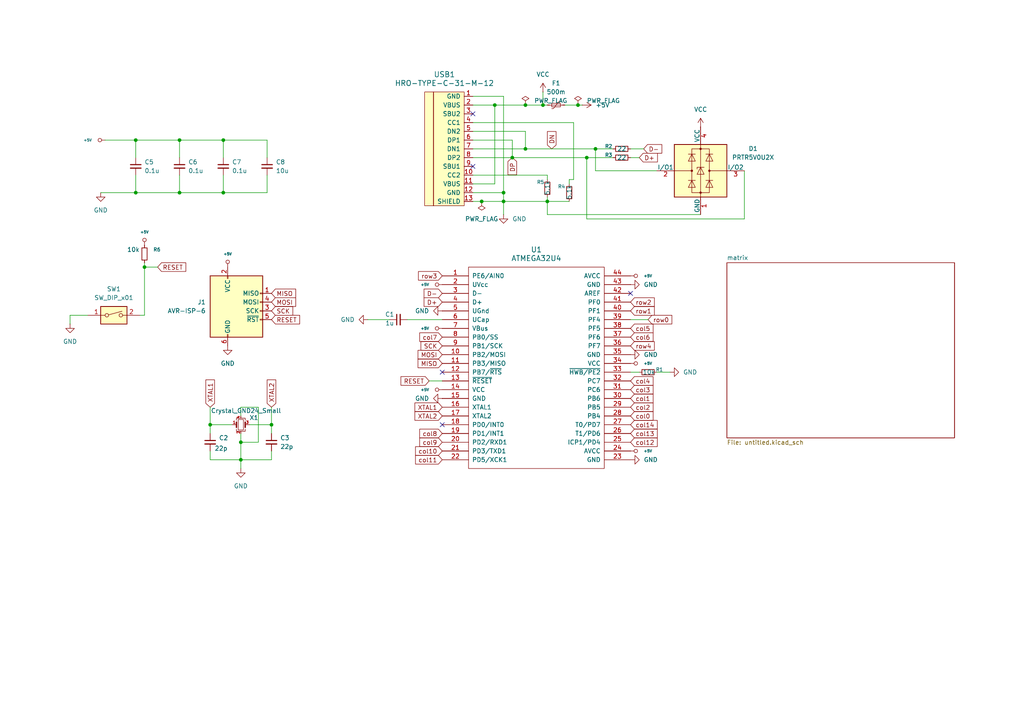
<source format=kicad_sch>
(kicad_sch
	(version 20250114)
	(generator "eeschema")
	(generator_version "9.0")
	(uuid "caff6a5f-9987-4789-b99b-8fb986168168")
	(paper "A4")
	(lib_symbols
		(symbol "Connector:AVR-ISP-6"
			(pin_names
				(offset 1.016)
			)
			(exclude_from_sim no)
			(in_bom yes)
			(on_board yes)
			(property "Reference" "J"
				(at -6.35 11.43 0)
				(effects
					(font
						(size 1.27 1.27)
					)
					(justify left)
				)
			)
			(property "Value" "AVR-ISP-6"
				(at 0 11.43 0)
				(effects
					(font
						(size 1.27 1.27)
					)
					(justify left)
				)
			)
			(property "Footprint" ""
				(at -6.35 1.27 90)
				(effects
					(font
						(size 1.27 1.27)
					)
					(hide yes)
				)
			)
			(property "Datasheet" "~"
				(at -32.385 -13.97 0)
				(effects
					(font
						(size 1.27 1.27)
					)
					(hide yes)
				)
			)
			(property "Description" "Atmel 6-pin ISP connector"
				(at 0 0 0)
				(effects
					(font
						(size 1.27 1.27)
					)
					(hide yes)
				)
			)
			(property "ki_keywords" "AVR ISP Connector"
				(at 0 0 0)
				(effects
					(font
						(size 1.27 1.27)
					)
					(hide yes)
				)
			)
			(property "ki_fp_filters" "IDC?Header*2x03* Pin?Header*2x03*"
				(at 0 0 0)
				(effects
					(font
						(size 1.27 1.27)
					)
					(hide yes)
				)
			)
			(symbol "AVR-ISP-6_0_1"
				(rectangle
					(start -2.667 10.16)
					(end -2.413 9.398)
					(stroke
						(width 0)
						(type default)
					)
					(fill
						(type none)
					)
				)
				(rectangle
					(start -2.667 -6.858)
					(end -2.413 -7.62)
					(stroke
						(width 0)
						(type default)
					)
					(fill
						(type none)
					)
				)
				(rectangle
					(start 7.62 10.16)
					(end -7.62 -7.62)
					(stroke
						(width 0.254)
						(type default)
					)
					(fill
						(type background)
					)
				)
				(rectangle
					(start 7.62 5.207)
					(end 6.858 4.953)
					(stroke
						(width 0)
						(type default)
					)
					(fill
						(type none)
					)
				)
				(rectangle
					(start 7.62 2.667)
					(end 6.858 2.413)
					(stroke
						(width 0)
						(type default)
					)
					(fill
						(type none)
					)
				)
				(rectangle
					(start 7.62 0.127)
					(end 6.858 -0.127)
					(stroke
						(width 0)
						(type default)
					)
					(fill
						(type none)
					)
				)
				(rectangle
					(start 7.62 -2.413)
					(end 6.858 -2.667)
					(stroke
						(width 0)
						(type default)
					)
					(fill
						(type none)
					)
				)
			)
			(symbol "AVR-ISP-6_1_1"
				(pin passive line
					(at -2.54 12.7 270)
					(length 2.54)
					(name "VCC"
						(effects
							(font
								(size 1.27 1.27)
							)
						)
					)
					(number "2"
						(effects
							(font
								(size 1.27 1.27)
							)
						)
					)
				)
				(pin passive line
					(at -2.54 -10.16 90)
					(length 2.54)
					(name "GND"
						(effects
							(font
								(size 1.27 1.27)
							)
						)
					)
					(number "6"
						(effects
							(font
								(size 1.27 1.27)
							)
						)
					)
				)
				(pin passive line
					(at 10.16 5.08 180)
					(length 2.54)
					(name "MISO"
						(effects
							(font
								(size 1.27 1.27)
							)
						)
					)
					(number "1"
						(effects
							(font
								(size 1.27 1.27)
							)
						)
					)
				)
				(pin passive line
					(at 10.16 2.54 180)
					(length 2.54)
					(name "MOSI"
						(effects
							(font
								(size 1.27 1.27)
							)
						)
					)
					(number "4"
						(effects
							(font
								(size 1.27 1.27)
							)
						)
					)
				)
				(pin passive line
					(at 10.16 0 180)
					(length 2.54)
					(name "SCK"
						(effects
							(font
								(size 1.27 1.27)
							)
						)
					)
					(number "3"
						(effects
							(font
								(size 1.27 1.27)
							)
						)
					)
				)
				(pin passive line
					(at 10.16 -2.54 180)
					(length 2.54)
					(name "~{RST}"
						(effects
							(font
								(size 1.27 1.27)
							)
						)
					)
					(number "5"
						(effects
							(font
								(size 1.27 1.27)
							)
						)
					)
				)
			)
			(embedded_fonts no)
		)
		(symbol "Device:C_Small"
			(pin_numbers
				(hide yes)
			)
			(pin_names
				(offset 0.254)
				(hide yes)
			)
			(exclude_from_sim no)
			(in_bom yes)
			(on_board yes)
			(property "Reference" "C"
				(at 0.254 1.778 0)
				(effects
					(font
						(size 1.27 1.27)
					)
					(justify left)
				)
			)
			(property "Value" "C_Small"
				(at 0.254 -2.032 0)
				(effects
					(font
						(size 1.27 1.27)
					)
					(justify left)
				)
			)
			(property "Footprint" ""
				(at 0 0 0)
				(effects
					(font
						(size 1.27 1.27)
					)
					(hide yes)
				)
			)
			(property "Datasheet" "~"
				(at 0 0 0)
				(effects
					(font
						(size 1.27 1.27)
					)
					(hide yes)
				)
			)
			(property "Description" "Unpolarized capacitor, small symbol"
				(at 0 0 0)
				(effects
					(font
						(size 1.27 1.27)
					)
					(hide yes)
				)
			)
			(property "ki_keywords" "capacitor cap"
				(at 0 0 0)
				(effects
					(font
						(size 1.27 1.27)
					)
					(hide yes)
				)
			)
			(property "ki_fp_filters" "C_*"
				(at 0 0 0)
				(effects
					(font
						(size 1.27 1.27)
					)
					(hide yes)
				)
			)
			(symbol "C_Small_0_1"
				(polyline
					(pts
						(xy -1.524 0.508) (xy 1.524 0.508)
					)
					(stroke
						(width 0.3048)
						(type default)
					)
					(fill
						(type none)
					)
				)
				(polyline
					(pts
						(xy -1.524 -0.508) (xy 1.524 -0.508)
					)
					(stroke
						(width 0.3302)
						(type default)
					)
					(fill
						(type none)
					)
				)
			)
			(symbol "C_Small_1_1"
				(pin passive line
					(at 0 2.54 270)
					(length 2.032)
					(name "~"
						(effects
							(font
								(size 1.27 1.27)
							)
						)
					)
					(number "1"
						(effects
							(font
								(size 1.27 1.27)
							)
						)
					)
				)
				(pin passive line
					(at 0 -2.54 90)
					(length 2.032)
					(name "~"
						(effects
							(font
								(size 1.27 1.27)
							)
						)
					)
					(number "2"
						(effects
							(font
								(size 1.27 1.27)
							)
						)
					)
				)
			)
			(embedded_fonts no)
		)
		(symbol "Device:Crystal_GND24_Small"
			(pin_names
				(offset 1.016)
				(hide yes)
			)
			(exclude_from_sim no)
			(in_bom yes)
			(on_board yes)
			(property "Reference" "Y"
				(at 1.27 4.445 0)
				(effects
					(font
						(size 1.27 1.27)
					)
					(justify left)
				)
			)
			(property "Value" "Crystal_GND24_Small"
				(at 1.27 2.54 0)
				(effects
					(font
						(size 1.27 1.27)
					)
					(justify left)
				)
			)
			(property "Footprint" ""
				(at 0 0 0)
				(effects
					(font
						(size 1.27 1.27)
					)
					(hide yes)
				)
			)
			(property "Datasheet" "~"
				(at 0 0 0)
				(effects
					(font
						(size 1.27 1.27)
					)
					(hide yes)
				)
			)
			(property "Description" "Four pin crystal, GND on pins 2 and 4, small symbol"
				(at 0 0 0)
				(effects
					(font
						(size 1.27 1.27)
					)
					(hide yes)
				)
			)
			(property "ki_keywords" "quartz ceramic resonator oscillator"
				(at 0 0 0)
				(effects
					(font
						(size 1.27 1.27)
					)
					(hide yes)
				)
			)
			(property "ki_fp_filters" "Crystal*"
				(at 0 0 0)
				(effects
					(font
						(size 1.27 1.27)
					)
					(hide yes)
				)
			)
			(symbol "Crystal_GND24_Small_0_1"
				(polyline
					(pts
						(xy -1.27 1.27) (xy -1.27 1.905) (xy 1.27 1.905) (xy 1.27 1.27)
					)
					(stroke
						(width 0)
						(type default)
					)
					(fill
						(type none)
					)
				)
				(polyline
					(pts
						(xy -1.27 -0.762) (xy -1.27 0.762)
					)
					(stroke
						(width 0.381)
						(type default)
					)
					(fill
						(type none)
					)
				)
				(polyline
					(pts
						(xy -1.27 -1.27) (xy -1.27 -1.905) (xy 1.27 -1.905) (xy 1.27 -1.27)
					)
					(stroke
						(width 0)
						(type default)
					)
					(fill
						(type none)
					)
				)
				(rectangle
					(start -0.762 -1.524)
					(end 0.762 1.524)
					(stroke
						(width 0)
						(type default)
					)
					(fill
						(type none)
					)
				)
				(polyline
					(pts
						(xy 1.27 -0.762) (xy 1.27 0.762)
					)
					(stroke
						(width 0.381)
						(type default)
					)
					(fill
						(type none)
					)
				)
			)
			(symbol "Crystal_GND24_Small_1_1"
				(pin passive line
					(at -2.54 0 0)
					(length 1.27)
					(name "1"
						(effects
							(font
								(size 1.27 1.27)
							)
						)
					)
					(number "1"
						(effects
							(font
								(size 0.762 0.762)
							)
						)
					)
				)
				(pin passive line
					(at 0 2.54 270)
					(length 0.635)
					(name "4"
						(effects
							(font
								(size 1.27 1.27)
							)
						)
					)
					(number "4"
						(effects
							(font
								(size 0.762 0.762)
							)
						)
					)
				)
				(pin passive line
					(at 0 -2.54 90)
					(length 0.635)
					(name "2"
						(effects
							(font
								(size 1.27 1.27)
							)
						)
					)
					(number "2"
						(effects
							(font
								(size 0.762 0.762)
							)
						)
					)
				)
				(pin passive line
					(at 2.54 0 180)
					(length 1.27)
					(name "3"
						(effects
							(font
								(size 1.27 1.27)
							)
						)
					)
					(number "3"
						(effects
							(font
								(size 0.762 0.762)
							)
						)
					)
				)
			)
			(embedded_fonts no)
		)
		(symbol "Device:Polyfuse_Small"
			(pin_numbers
				(hide yes)
			)
			(pin_names
				(offset 0)
			)
			(exclude_from_sim no)
			(in_bom yes)
			(on_board yes)
			(property "Reference" "F"
				(at -1.905 0 90)
				(effects
					(font
						(size 1.27 1.27)
					)
				)
			)
			(property "Value" "Polyfuse_Small"
				(at 1.905 0 90)
				(effects
					(font
						(size 1.27 1.27)
					)
				)
			)
			(property "Footprint" ""
				(at 1.27 -5.08 0)
				(effects
					(font
						(size 1.27 1.27)
					)
					(justify left)
					(hide yes)
				)
			)
			(property "Datasheet" "~"
				(at 0 0 0)
				(effects
					(font
						(size 1.27 1.27)
					)
					(hide yes)
				)
			)
			(property "Description" "Resettable fuse, polymeric positive temperature coefficient, small symbol"
				(at 0 0 0)
				(effects
					(font
						(size 1.27 1.27)
					)
					(hide yes)
				)
			)
			(property "ki_keywords" "resettable fuse PTC PPTC polyfuse polyswitch"
				(at 0 0 0)
				(effects
					(font
						(size 1.27 1.27)
					)
					(hide yes)
				)
			)
			(property "ki_fp_filters" "*polyfuse* *PTC*"
				(at 0 0 0)
				(effects
					(font
						(size 1.27 1.27)
					)
					(hide yes)
				)
			)
			(symbol "Polyfuse_Small_0_1"
				(polyline
					(pts
						(xy -1.016 1.27) (xy -1.016 0.762) (xy 1.016 -0.762) (xy 1.016 -1.27)
					)
					(stroke
						(width 0)
						(type default)
					)
					(fill
						(type none)
					)
				)
				(rectangle
					(start -0.508 1.27)
					(end 0.508 -1.27)
					(stroke
						(width 0)
						(type default)
					)
					(fill
						(type none)
					)
				)
				(polyline
					(pts
						(xy 0 2.54) (xy 0 -2.54)
					)
					(stroke
						(width 0)
						(type default)
					)
					(fill
						(type none)
					)
				)
			)
			(symbol "Polyfuse_Small_1_1"
				(pin passive line
					(at 0 2.54 270)
					(length 0.635)
					(name "~"
						(effects
							(font
								(size 1.27 1.27)
							)
						)
					)
					(number "1"
						(effects
							(font
								(size 1.27 1.27)
							)
						)
					)
				)
				(pin passive line
					(at 0 -2.54 90)
					(length 0.635)
					(name "~"
						(effects
							(font
								(size 1.27 1.27)
							)
						)
					)
					(number "2"
						(effects
							(font
								(size 1.27 1.27)
							)
						)
					)
				)
			)
			(embedded_fonts no)
		)
		(symbol "Device:R_Small"
			(pin_numbers
				(hide yes)
			)
			(pin_names
				(offset 0.254)
				(hide yes)
			)
			(exclude_from_sim no)
			(in_bom yes)
			(on_board yes)
			(property "Reference" "R"
				(at 0 0 90)
				(effects
					(font
						(size 1.016 1.016)
					)
				)
			)
			(property "Value" "R_Small"
				(at 1.778 0 90)
				(effects
					(font
						(size 1.27 1.27)
					)
				)
			)
			(property "Footprint" ""
				(at 0 0 0)
				(effects
					(font
						(size 1.27 1.27)
					)
					(hide yes)
				)
			)
			(property "Datasheet" "~"
				(at 0 0 0)
				(effects
					(font
						(size 1.27 1.27)
					)
					(hide yes)
				)
			)
			(property "Description" "Resistor, small symbol"
				(at 0 0 0)
				(effects
					(font
						(size 1.27 1.27)
					)
					(hide yes)
				)
			)
			(property "ki_keywords" "R resistor"
				(at 0 0 0)
				(effects
					(font
						(size 1.27 1.27)
					)
					(hide yes)
				)
			)
			(property "ki_fp_filters" "R_*"
				(at 0 0 0)
				(effects
					(font
						(size 1.27 1.27)
					)
					(hide yes)
				)
			)
			(symbol "R_Small_0_1"
				(rectangle
					(start -0.762 1.778)
					(end 0.762 -1.778)
					(stroke
						(width 0.2032)
						(type default)
					)
					(fill
						(type none)
					)
				)
			)
			(symbol "R_Small_1_1"
				(pin passive line
					(at 0 2.54 270)
					(length 0.762)
					(name "~"
						(effects
							(font
								(size 1.27 1.27)
							)
						)
					)
					(number "1"
						(effects
							(font
								(size 1.27 1.27)
							)
						)
					)
				)
				(pin passive line
					(at 0 -2.54 90)
					(length 0.762)
					(name "~"
						(effects
							(font
								(size 1.27 1.27)
							)
						)
					)
					(number "2"
						(effects
							(font
								(size 1.27 1.27)
							)
						)
					)
				)
			)
			(embedded_fonts no)
		)
		(symbol "Power_Protection:PRTR5V0U2X"
			(pin_names
				(offset 0)
			)
			(exclude_from_sim no)
			(in_bom yes)
			(on_board yes)
			(property "Reference" "D"
				(at 2.794 8.636 0)
				(effects
					(font
						(size 1.27 1.27)
					)
				)
			)
			(property "Value" "PRTR5V0U2X"
				(at 8.128 -9.398 0)
				(effects
					(font
						(size 1.27 1.27)
					)
				)
			)
			(property "Footprint" "Package_TO_SOT_SMD:SOT-143"
				(at 1.524 0 0)
				(effects
					(font
						(size 1.27 1.27)
					)
					(hide yes)
				)
			)
			(property "Datasheet" "https://assets.nexperia.com/documents/data-sheet/PRTR5V0U2X.pdf"
				(at 1.524 0 0)
				(effects
					(font
						(size 1.27 1.27)
					)
					(hide yes)
				)
			)
			(property "Description" "Ultra low capacitance double rail-to-rail ESD protection diode, SOT-143"
				(at 0 0 0)
				(effects
					(font
						(size 1.27 1.27)
					)
					(hide yes)
				)
			)
			(property "ki_keywords" "ESD protection diode"
				(at 0 0 0)
				(effects
					(font
						(size 1.27 1.27)
					)
					(hide yes)
				)
			)
			(property "ki_fp_filters" "SOT?143*"
				(at 0 0 0)
				(effects
					(font
						(size 1.27 1.27)
					)
					(hide yes)
				)
			)
			(symbol "PRTR5V0U2X_0_1"
				(rectangle
					(start -7.62 -7.62)
					(end 7.62 7.62)
					(stroke
						(width 0.254)
						(type default)
					)
					(fill
						(type background)
					)
				)
				(polyline
					(pts
						(xy -3.556 2.794) (xy -1.524 2.794) (xy -2.54 4.826) (xy -3.556 2.794)
					)
					(stroke
						(width 0)
						(type default)
					)
					(fill
						(type none)
					)
				)
				(polyline
					(pts
						(xy -3.556 -4.826) (xy -1.524 -4.826) (xy -2.54 -2.794) (xy -3.556 -4.826)
					)
					(stroke
						(width 0)
						(type default)
					)
					(fill
						(type none)
					)
				)
				(rectangle
					(start -2.54 6.35)
					(end 2.54 -6.35)
					(stroke
						(width 0)
						(type default)
					)
					(fill
						(type none)
					)
				)
				(circle
					(center -2.54 0)
					(radius 0.254)
					(stroke
						(width 0)
						(type default)
					)
					(fill
						(type outline)
					)
				)
				(polyline
					(pts
						(xy -2.54 0) (xy -7.62 0)
					)
					(stroke
						(width 0)
						(type default)
					)
					(fill
						(type none)
					)
				)
				(polyline
					(pts
						(xy -1.524 4.826) (xy -3.556 4.826)
					)
					(stroke
						(width 0)
						(type default)
					)
					(fill
						(type none)
					)
				)
				(polyline
					(pts
						(xy -1.524 -2.794) (xy -3.556 -2.794)
					)
					(stroke
						(width 0)
						(type default)
					)
					(fill
						(type none)
					)
				)
				(polyline
					(pts
						(xy -1.016 -1.016) (xy 1.016 -1.016) (xy 0 1.016) (xy -1.016 -1.016)
					)
					(stroke
						(width 0)
						(type default)
					)
					(fill
						(type none)
					)
				)
				(circle
					(center 0 6.35)
					(radius 0.254)
					(stroke
						(width 0)
						(type default)
					)
					(fill
						(type outline)
					)
				)
				(circle
					(center 0 -6.35)
					(radius 0.254)
					(stroke
						(width 0)
						(type default)
					)
					(fill
						(type outline)
					)
				)
				(polyline
					(pts
						(xy 0 -7.62) (xy 0 7.62)
					)
					(stroke
						(width 0)
						(type default)
					)
					(fill
						(type none)
					)
				)
				(polyline
					(pts
						(xy 1.016 1.016) (xy -1.016 1.016) (xy -1.016 0.508)
					)
					(stroke
						(width 0)
						(type default)
					)
					(fill
						(type none)
					)
				)
				(polyline
					(pts
						(xy 1.524 4.826) (xy 3.556 4.826)
					)
					(stroke
						(width 0)
						(type default)
					)
					(fill
						(type none)
					)
				)
				(polyline
					(pts
						(xy 1.524 -2.794) (xy 3.556 -2.794)
					)
					(stroke
						(width 0)
						(type default)
					)
					(fill
						(type none)
					)
				)
				(polyline
					(pts
						(xy 2.54 0) (xy 7.62 0)
					)
					(stroke
						(width 0)
						(type default)
					)
					(fill
						(type none)
					)
				)
				(circle
					(center 2.54 0)
					(radius 0.254)
					(stroke
						(width 0)
						(type default)
					)
					(fill
						(type outline)
					)
				)
				(polyline
					(pts
						(xy 3.556 2.794) (xy 1.524 2.794) (xy 2.54 4.826) (xy 3.556 2.794)
					)
					(stroke
						(width 0)
						(type default)
					)
					(fill
						(type none)
					)
				)
				(polyline
					(pts
						(xy 3.556 -4.826) (xy 1.524 -4.826) (xy 2.54 -2.794) (xy 3.556 -4.826)
					)
					(stroke
						(width 0)
						(type default)
					)
					(fill
						(type none)
					)
				)
			)
			(symbol "PRTR5V0U2X_1_1"
				(pin passive line
					(at -12.7 0 0)
					(length 5.08)
					(name "I/O1"
						(effects
							(font
								(size 1.27 1.27)
							)
						)
					)
					(number "2"
						(effects
							(font
								(size 1.27 1.27)
							)
						)
					)
				)
				(pin passive line
					(at 0 12.7 270)
					(length 5.08)
					(name "VCC"
						(effects
							(font
								(size 1.27 1.27)
							)
						)
					)
					(number "4"
						(effects
							(font
								(size 1.27 1.27)
							)
						)
					)
				)
				(pin passive line
					(at 0 -12.7 90)
					(length 5.08)
					(name "GND"
						(effects
							(font
								(size 1.27 1.27)
							)
						)
					)
					(number "1"
						(effects
							(font
								(size 1.27 1.27)
							)
						)
					)
				)
				(pin passive line
					(at 12.7 0 180)
					(length 5.08)
					(name "I/O2"
						(effects
							(font
								(size 1.27 1.27)
							)
						)
					)
					(number "3"
						(effects
							(font
								(size 1.27 1.27)
							)
						)
					)
				)
			)
			(embedded_fonts no)
		)
		(symbol "Switch:SW_DIP_x01"
			(pin_names
				(offset 0)
				(hide yes)
			)
			(exclude_from_sim no)
			(in_bom yes)
			(on_board yes)
			(property "Reference" "SW"
				(at 0 3.81 0)
				(effects
					(font
						(size 1.27 1.27)
					)
				)
			)
			(property "Value" "SW_DIP_x01"
				(at 0 -3.81 0)
				(effects
					(font
						(size 1.27 1.27)
					)
				)
			)
			(property "Footprint" ""
				(at 0 0 0)
				(effects
					(font
						(size 1.27 1.27)
					)
					(hide yes)
				)
			)
			(property "Datasheet" "~"
				(at 0 0 0)
				(effects
					(font
						(size 1.27 1.27)
					)
					(hide yes)
				)
			)
			(property "Description" "1x DIP Switch, Single Pole Single Throw (SPST) switch, small symbol"
				(at 0 0 0)
				(effects
					(font
						(size 1.27 1.27)
					)
					(hide yes)
				)
			)
			(property "ki_keywords" "dip switch"
				(at 0 0 0)
				(effects
					(font
						(size 1.27 1.27)
					)
					(hide yes)
				)
			)
			(property "ki_fp_filters" "SW?DIP?x1*"
				(at 0 0 0)
				(effects
					(font
						(size 1.27 1.27)
					)
					(hide yes)
				)
			)
			(symbol "SW_DIP_x01_0_0"
				(circle
					(center -2.032 0)
					(radius 0.508)
					(stroke
						(width 0)
						(type default)
					)
					(fill
						(type none)
					)
				)
				(polyline
					(pts
						(xy -1.524 0.127) (xy 2.3622 1.1684)
					)
					(stroke
						(width 0)
						(type default)
					)
					(fill
						(type none)
					)
				)
				(circle
					(center 2.032 0)
					(radius 0.508)
					(stroke
						(width 0)
						(type default)
					)
					(fill
						(type none)
					)
				)
			)
			(symbol "SW_DIP_x01_0_1"
				(rectangle
					(start -3.81 2.54)
					(end 3.81 -2.54)
					(stroke
						(width 0.254)
						(type default)
					)
					(fill
						(type background)
					)
				)
			)
			(symbol "SW_DIP_x01_1_1"
				(pin passive line
					(at -7.62 0 0)
					(length 5.08)
					(name "~"
						(effects
							(font
								(size 1.27 1.27)
							)
						)
					)
					(number "1"
						(effects
							(font
								(size 1.27 1.27)
							)
						)
					)
				)
				(pin passive line
					(at 7.62 0 180)
					(length 5.08)
					(name "~"
						(effects
							(font
								(size 1.27 1.27)
							)
						)
					)
					(number "2"
						(effects
							(font
								(size 1.27 1.27)
							)
						)
					)
				)
			)
			(embedded_fonts no)
		)
		(symbol "Type-C:HRO-TYPE-C-31-M-12"
			(pin_names
				(offset 1.016)
			)
			(exclude_from_sim no)
			(in_bom yes)
			(on_board yes)
			(property "Reference" "USB"
				(at -5.08 16.51 0)
				(effects
					(font
						(size 1.524 1.524)
					)
				)
			)
			(property "Value" "HRO-TYPE-C-31-M-12"
				(at -10.16 -1.27 90)
				(effects
					(font
						(size 1.524 1.524)
					)
				)
			)
			(property "Footprint" ""
				(at 0 0 0)
				(effects
					(font
						(size 1.524 1.524)
					)
					(hide yes)
				)
			)
			(property "Datasheet" ""
				(at 0 0 0)
				(effects
					(font
						(size 1.524 1.524)
					)
					(hide yes)
				)
			)
			(property "Description" ""
				(at 0 0 0)
				(effects
					(font
						(size 1.27 1.27)
					)
					(hide yes)
				)
			)
			(symbol "HRO-TYPE-C-31-M-12_0_1"
				(rectangle
					(start -11.43 15.24)
					(end -8.89 -17.78)
					(stroke
						(width 0)
						(type solid)
					)
					(fill
						(type background)
					)
				)
				(rectangle
					(start 0 -17.78)
					(end -8.89 15.24)
					(stroke
						(width 0)
						(type solid)
					)
					(fill
						(type background)
					)
				)
			)
			(symbol "HRO-TYPE-C-31-M-12_1_1"
				(pin input line
					(at 2.54 13.97 180)
					(length 2.54)
					(name "GND"
						(effects
							(font
								(size 1.27 1.27)
							)
						)
					)
					(number "1"
						(effects
							(font
								(size 1.27 1.27)
							)
						)
					)
				)
				(pin input line
					(at 2.54 11.43 180)
					(length 2.54)
					(name "VBUS"
						(effects
							(font
								(size 1.27 1.27)
							)
						)
					)
					(number "2"
						(effects
							(font
								(size 1.27 1.27)
							)
						)
					)
				)
				(pin input line
					(at 2.54 8.89 180)
					(length 2.54)
					(name "SBU2"
						(effects
							(font
								(size 1.27 1.27)
							)
						)
					)
					(number "3"
						(effects
							(font
								(size 1.27 1.27)
							)
						)
					)
				)
				(pin input line
					(at 2.54 6.35 180)
					(length 2.54)
					(name "CC1"
						(effects
							(font
								(size 1.27 1.27)
							)
						)
					)
					(number "4"
						(effects
							(font
								(size 1.27 1.27)
							)
						)
					)
				)
				(pin input line
					(at 2.54 3.81 180)
					(length 2.54)
					(name "DN2"
						(effects
							(font
								(size 1.27 1.27)
							)
						)
					)
					(number "5"
						(effects
							(font
								(size 1.27 1.27)
							)
						)
					)
				)
				(pin input line
					(at 2.54 1.27 180)
					(length 2.54)
					(name "DP1"
						(effects
							(font
								(size 1.27 1.27)
							)
						)
					)
					(number "6"
						(effects
							(font
								(size 1.27 1.27)
							)
						)
					)
				)
				(pin input line
					(at 2.54 -1.27 180)
					(length 2.54)
					(name "DN1"
						(effects
							(font
								(size 1.27 1.27)
							)
						)
					)
					(number "7"
						(effects
							(font
								(size 1.27 1.27)
							)
						)
					)
				)
				(pin input line
					(at 2.54 -3.81 180)
					(length 2.54)
					(name "DP2"
						(effects
							(font
								(size 1.27 1.27)
							)
						)
					)
					(number "8"
						(effects
							(font
								(size 1.27 1.27)
							)
						)
					)
				)
				(pin input line
					(at 2.54 -6.35 180)
					(length 2.54)
					(name "SBU1"
						(effects
							(font
								(size 1.27 1.27)
							)
						)
					)
					(number "9"
						(effects
							(font
								(size 1.27 1.27)
							)
						)
					)
				)
				(pin input line
					(at 2.54 -8.89 180)
					(length 2.54)
					(name "CC2"
						(effects
							(font
								(size 1.27 1.27)
							)
						)
					)
					(number "10"
						(effects
							(font
								(size 1.27 1.27)
							)
						)
					)
				)
				(pin input line
					(at 2.54 -11.43 180)
					(length 2.54)
					(name "VBUS"
						(effects
							(font
								(size 1.27 1.27)
							)
						)
					)
					(number "11"
						(effects
							(font
								(size 1.27 1.27)
							)
						)
					)
				)
				(pin input line
					(at 2.54 -13.97 180)
					(length 2.54)
					(name "GND"
						(effects
							(font
								(size 1.27 1.27)
							)
						)
					)
					(number "12"
						(effects
							(font
								(size 1.27 1.27)
							)
						)
					)
				)
				(pin input line
					(at 2.54 -16.51 180)
					(length 2.54)
					(name "SHIELD"
						(effects
							(font
								(size 1.27 1.27)
							)
						)
					)
					(number "13"
						(effects
							(font
								(size 1.27 1.27)
							)
						)
					)
				)
			)
			(embedded_fonts no)
		)
		(symbol "keyboard_parts:+5V"
			(power)
			(pin_names
				(offset 0)
			)
			(exclude_from_sim no)
			(in_bom yes)
			(on_board yes)
			(property "Reference" "#PWR"
				(at 0 -0.762 0)
				(effects
					(font
						(size 0.508 0.508)
					)
					(hide yes)
				)
			)
			(property "Value" "+5V"
				(at 0 2.794 0)
				(effects
					(font
						(size 0.762 0.762)
					)
				)
			)
			(property "Footprint" ""
				(at 0 0 0)
				(effects
					(font
						(size 1.524 1.524)
					)
				)
			)
			(property "Datasheet" ""
				(at 0 0 0)
				(effects
					(font
						(size 1.524 1.524)
					)
				)
			)
			(property "Description" ""
				(at 0 0 0)
				(effects
					(font
						(size 1.27 1.27)
					)
					(hide yes)
				)
			)
			(symbol "+5V_0_0"
				(pin power_in line
					(at 0 0 90)
					(length 0)
					(hide yes)
					(name "+5V"
						(effects
							(font
								(size 0.508 0.508)
							)
						)
					)
					(number "1"
						(effects
							(font
								(size 0.254 0.254)
							)
						)
					)
				)
			)
			(symbol "+5V_0_1"
				(circle
					(center 0 1.524)
					(radius 0.508)
					(stroke
						(width 0)
						(type solid)
					)
					(fill
						(type none)
					)
				)
				(polyline
					(pts
						(xy 0 0) (xy 0 1.016) (xy 0 1.016)
					)
					(stroke
						(width 0)
						(type solid)
					)
					(fill
						(type none)
					)
				)
			)
			(embedded_fonts no)
		)
		(symbol "keyboard_parts:ATMEGA32U4"
			(pin_names
				(offset 1.016)
			)
			(exclude_from_sim no)
			(in_bom yes)
			(on_board yes)
			(property "Reference" "U"
				(at 0 -31.75 0)
				(effects
					(font
						(size 1.524 1.524)
					)
				)
			)
			(property "Value" "ATMEGA32U4"
				(at 0 31.75 0)
				(effects
					(font
						(size 1.524 1.524)
					)
				)
			)
			(property "Footprint" ""
				(at 0 0 0)
				(effects
					(font
						(size 1.524 1.524)
					)
				)
			)
			(property "Datasheet" ""
				(at 0 0 0)
				(effects
					(font
						(size 1.524 1.524)
					)
				)
			)
			(property "Description" ""
				(at 0 0 0)
				(effects
					(font
						(size 1.27 1.27)
					)
					(hide yes)
				)
			)
			(symbol "ATMEGA32U4_0_1"
				(rectangle
					(start 20.32 29.21)
					(end -19.05 -29.21)
					(stroke
						(width 0)
						(type solid)
					)
					(fill
						(type none)
					)
				)
			)
			(symbol "ATMEGA32U4_1_1"
				(pin bidirectional line
					(at -26.67 26.67 0)
					(length 7.62)
					(name "PE6/AIN0"
						(effects
							(font
								(size 1.27 1.27)
							)
						)
					)
					(number "1"
						(effects
							(font
								(size 1.27 1.27)
							)
						)
					)
				)
				(pin power_in line
					(at -26.67 24.13 0)
					(length 7.62)
					(name "UVcc"
						(effects
							(font
								(size 1.27 1.27)
							)
						)
					)
					(number "2"
						(effects
							(font
								(size 1.27 1.27)
							)
						)
					)
				)
				(pin bidirectional line
					(at -26.67 21.59 0)
					(length 7.62)
					(name "D-"
						(effects
							(font
								(size 1.27 1.27)
							)
						)
					)
					(number "3"
						(effects
							(font
								(size 1.27 1.27)
							)
						)
					)
				)
				(pin bidirectional line
					(at -26.67 19.05 0)
					(length 7.62)
					(name "D+"
						(effects
							(font
								(size 1.27 1.27)
							)
						)
					)
					(number "4"
						(effects
							(font
								(size 1.27 1.27)
							)
						)
					)
				)
				(pin power_in line
					(at -26.67 16.51 0)
					(length 7.62)
					(name "UGnd"
						(effects
							(font
								(size 1.27 1.27)
							)
						)
					)
					(number "5"
						(effects
							(font
								(size 1.27 1.27)
							)
						)
					)
				)
				(pin input line
					(at -26.67 13.97 0)
					(length 7.62)
					(name "UCap"
						(effects
							(font
								(size 1.27 1.27)
							)
						)
					)
					(number "6"
						(effects
							(font
								(size 1.27 1.27)
							)
						)
					)
				)
				(pin input line
					(at -26.67 11.43 0)
					(length 7.62)
					(name "VBus"
						(effects
							(font
								(size 1.27 1.27)
							)
						)
					)
					(number "7"
						(effects
							(font
								(size 1.27 1.27)
							)
						)
					)
				)
				(pin bidirectional line
					(at -26.67 8.89 0)
					(length 7.62)
					(name "PB0/SS"
						(effects
							(font
								(size 1.27 1.27)
							)
						)
					)
					(number "8"
						(effects
							(font
								(size 1.27 1.27)
							)
						)
					)
				)
				(pin bidirectional line
					(at -26.67 6.35 0)
					(length 7.62)
					(name "PB1/SCK"
						(effects
							(font
								(size 1.27 1.27)
							)
						)
					)
					(number "9"
						(effects
							(font
								(size 1.27 1.27)
							)
						)
					)
				)
				(pin bidirectional line
					(at -26.67 3.81 0)
					(length 7.62)
					(name "PB2/MOSI"
						(effects
							(font
								(size 1.27 1.27)
							)
						)
					)
					(number "10"
						(effects
							(font
								(size 1.27 1.27)
							)
						)
					)
				)
				(pin bidirectional line
					(at -26.67 1.27 0)
					(length 7.62)
					(name "PB3/MISO"
						(effects
							(font
								(size 1.27 1.27)
							)
						)
					)
					(number "11"
						(effects
							(font
								(size 1.27 1.27)
							)
						)
					)
				)
				(pin bidirectional line
					(at -26.67 -1.27 0)
					(length 7.62)
					(name "PB7/~{RTS}"
						(effects
							(font
								(size 1.27 1.27)
							)
						)
					)
					(number "12"
						(effects
							(font
								(size 1.27 1.27)
							)
						)
					)
				)
				(pin input line
					(at -26.67 -3.81 0)
					(length 7.62)
					(name "~{RESET}"
						(effects
							(font
								(size 1.27 1.27)
							)
						)
					)
					(number "13"
						(effects
							(font
								(size 1.27 1.27)
							)
						)
					)
				)
				(pin power_in line
					(at -26.67 -6.35 0)
					(length 7.62)
					(name "VCC"
						(effects
							(font
								(size 1.27 1.27)
							)
						)
					)
					(number "14"
						(effects
							(font
								(size 1.27 1.27)
							)
						)
					)
				)
				(pin power_in line
					(at -26.67 -8.89 0)
					(length 7.62)
					(name "GND"
						(effects
							(font
								(size 1.27 1.27)
							)
						)
					)
					(number "15"
						(effects
							(font
								(size 1.27 1.27)
							)
						)
					)
				)
				(pin input line
					(at -26.67 -11.43 0)
					(length 7.62)
					(name "XTAL1"
						(effects
							(font
								(size 1.27 1.27)
							)
						)
					)
					(number "16"
						(effects
							(font
								(size 1.27 1.27)
							)
						)
					)
				)
				(pin output line
					(at -26.67 -13.97 0)
					(length 7.62)
					(name "XTAL2"
						(effects
							(font
								(size 1.27 1.27)
							)
						)
					)
					(number "17"
						(effects
							(font
								(size 1.27 1.27)
							)
						)
					)
				)
				(pin bidirectional line
					(at -26.67 -16.51 0)
					(length 7.62)
					(name "PD0/INT0"
						(effects
							(font
								(size 1.27 1.27)
							)
						)
					)
					(number "18"
						(effects
							(font
								(size 1.27 1.27)
							)
						)
					)
				)
				(pin bidirectional line
					(at -26.67 -19.05 0)
					(length 7.62)
					(name "PD1/INT1"
						(effects
							(font
								(size 1.27 1.27)
							)
						)
					)
					(number "19"
						(effects
							(font
								(size 1.27 1.27)
							)
						)
					)
				)
				(pin bidirectional line
					(at -26.67 -21.59 0)
					(length 7.62)
					(name "PD2/RXD1"
						(effects
							(font
								(size 1.27 1.27)
							)
						)
					)
					(number "20"
						(effects
							(font
								(size 1.27 1.27)
							)
						)
					)
				)
				(pin bidirectional line
					(at -26.67 -24.13 0)
					(length 7.62)
					(name "PD3/TXD1"
						(effects
							(font
								(size 1.27 1.27)
							)
						)
					)
					(number "21"
						(effects
							(font
								(size 1.27 1.27)
							)
						)
					)
				)
				(pin bidirectional line
					(at -26.67 -26.67 0)
					(length 7.62)
					(name "PD5/XCK1"
						(effects
							(font
								(size 1.27 1.27)
							)
						)
					)
					(number "22"
						(effects
							(font
								(size 1.27 1.27)
							)
						)
					)
				)
				(pin power_in line
					(at 27.94 26.67 180)
					(length 7.62)
					(name "AVCC"
						(effects
							(font
								(size 1.27 1.27)
							)
						)
					)
					(number "44"
						(effects
							(font
								(size 1.27 1.27)
							)
						)
					)
				)
				(pin power_in line
					(at 27.94 24.13 180)
					(length 7.62)
					(name "GND"
						(effects
							(font
								(size 1.27 1.27)
							)
						)
					)
					(number "43"
						(effects
							(font
								(size 1.27 1.27)
							)
						)
					)
				)
				(pin input line
					(at 27.94 21.59 180)
					(length 7.62)
					(name "AREF"
						(effects
							(font
								(size 1.27 1.27)
							)
						)
					)
					(number "42"
						(effects
							(font
								(size 1.27 1.27)
							)
						)
					)
				)
				(pin bidirectional line
					(at 27.94 19.05 180)
					(length 7.62)
					(name "PF0"
						(effects
							(font
								(size 1.27 1.27)
							)
						)
					)
					(number "41"
						(effects
							(font
								(size 1.27 1.27)
							)
						)
					)
				)
				(pin bidirectional line
					(at 27.94 16.51 180)
					(length 7.62)
					(name "PF1"
						(effects
							(font
								(size 1.27 1.27)
							)
						)
					)
					(number "40"
						(effects
							(font
								(size 1.27 1.27)
							)
						)
					)
				)
				(pin bidirectional line
					(at 27.94 13.97 180)
					(length 7.62)
					(name "PF4"
						(effects
							(font
								(size 1.27 1.27)
							)
						)
					)
					(number "39"
						(effects
							(font
								(size 1.27 1.27)
							)
						)
					)
				)
				(pin bidirectional line
					(at 27.94 11.43 180)
					(length 7.62)
					(name "PF5"
						(effects
							(font
								(size 1.27 1.27)
							)
						)
					)
					(number "38"
						(effects
							(font
								(size 1.27 1.27)
							)
						)
					)
				)
				(pin bidirectional line
					(at 27.94 8.89 180)
					(length 7.62)
					(name "PF6"
						(effects
							(font
								(size 1.27 1.27)
							)
						)
					)
					(number "37"
						(effects
							(font
								(size 1.27 1.27)
							)
						)
					)
				)
				(pin bidirectional line
					(at 27.94 6.35 180)
					(length 7.62)
					(name "PF7"
						(effects
							(font
								(size 1.27 1.27)
							)
						)
					)
					(number "36"
						(effects
							(font
								(size 1.27 1.27)
							)
						)
					)
				)
				(pin power_in line
					(at 27.94 3.81 180)
					(length 7.62)
					(name "GND"
						(effects
							(font
								(size 1.27 1.27)
							)
						)
					)
					(number "35"
						(effects
							(font
								(size 1.27 1.27)
							)
						)
					)
				)
				(pin power_in line
					(at 27.94 1.27 180)
					(length 7.62)
					(name "VCC"
						(effects
							(font
								(size 1.27 1.27)
							)
						)
					)
					(number "34"
						(effects
							(font
								(size 1.27 1.27)
							)
						)
					)
				)
				(pin bidirectional line
					(at 27.94 -1.27 180)
					(length 7.62)
					(name "~{HWB/PE2}"
						(effects
							(font
								(size 1.27 1.27)
							)
						)
					)
					(number "33"
						(effects
							(font
								(size 1.27 1.27)
							)
						)
					)
				)
				(pin bidirectional line
					(at 27.94 -3.81 180)
					(length 7.62)
					(name "PC7"
						(effects
							(font
								(size 1.27 1.27)
							)
						)
					)
					(number "32"
						(effects
							(font
								(size 1.27 1.27)
							)
						)
					)
				)
				(pin bidirectional line
					(at 27.94 -6.35 180)
					(length 7.62)
					(name "PC6"
						(effects
							(font
								(size 1.27 1.27)
							)
						)
					)
					(number "31"
						(effects
							(font
								(size 1.27 1.27)
							)
						)
					)
				)
				(pin bidirectional line
					(at 27.94 -8.89 180)
					(length 7.62)
					(name "PB6"
						(effects
							(font
								(size 1.27 1.27)
							)
						)
					)
					(number "30"
						(effects
							(font
								(size 1.27 1.27)
							)
						)
					)
				)
				(pin bidirectional line
					(at 27.94 -11.43 180)
					(length 7.62)
					(name "PB5"
						(effects
							(font
								(size 1.27 1.27)
							)
						)
					)
					(number "29"
						(effects
							(font
								(size 1.27 1.27)
							)
						)
					)
				)
				(pin bidirectional line
					(at 27.94 -13.97 180)
					(length 7.62)
					(name "PB4"
						(effects
							(font
								(size 1.27 1.27)
							)
						)
					)
					(number "28"
						(effects
							(font
								(size 1.27 1.27)
							)
						)
					)
				)
				(pin bidirectional line
					(at 27.94 -16.51 180)
					(length 7.62)
					(name "T0/PD7"
						(effects
							(font
								(size 1.27 1.27)
							)
						)
					)
					(number "27"
						(effects
							(font
								(size 1.27 1.27)
							)
						)
					)
				)
				(pin bidirectional line
					(at 27.94 -19.05 180)
					(length 7.62)
					(name "T1/PD6"
						(effects
							(font
								(size 1.27 1.27)
							)
						)
					)
					(number "26"
						(effects
							(font
								(size 1.27 1.27)
							)
						)
					)
				)
				(pin bidirectional line
					(at 27.94 -21.59 180)
					(length 7.62)
					(name "ICP1/PD4"
						(effects
							(font
								(size 1.27 1.27)
							)
						)
					)
					(number "25"
						(effects
							(font
								(size 1.27 1.27)
							)
						)
					)
				)
				(pin power_in line
					(at 27.94 -24.13 180)
					(length 7.62)
					(name "AVCC"
						(effects
							(font
								(size 1.27 1.27)
							)
						)
					)
					(number "24"
						(effects
							(font
								(size 1.27 1.27)
							)
						)
					)
				)
				(pin power_in line
					(at 27.94 -26.67 180)
					(length 7.62)
					(name "GND"
						(effects
							(font
								(size 1.27 1.27)
							)
						)
					)
					(number "23"
						(effects
							(font
								(size 1.27 1.27)
							)
						)
					)
				)
			)
			(embedded_fonts no)
		)
		(symbol "power:+5V"
			(power)
			(pin_numbers
				(hide yes)
			)
			(pin_names
				(offset 0)
				(hide yes)
			)
			(exclude_from_sim no)
			(in_bom yes)
			(on_board yes)
			(property "Reference" "#PWR"
				(at 0 -3.81 0)
				(effects
					(font
						(size 1.27 1.27)
					)
					(hide yes)
				)
			)
			(property "Value" "+5V"
				(at 0 3.556 0)
				(effects
					(font
						(size 1.27 1.27)
					)
				)
			)
			(property "Footprint" ""
				(at 0 0 0)
				(effects
					(font
						(size 1.27 1.27)
					)
					(hide yes)
				)
			)
			(property "Datasheet" ""
				(at 0 0 0)
				(effects
					(font
						(size 1.27 1.27)
					)
					(hide yes)
				)
			)
			(property "Description" "Power symbol creates a global label with name \"+5V\""
				(at 0 0 0)
				(effects
					(font
						(size 1.27 1.27)
					)
					(hide yes)
				)
			)
			(property "ki_keywords" "global power"
				(at 0 0 0)
				(effects
					(font
						(size 1.27 1.27)
					)
					(hide yes)
				)
			)
			(symbol "+5V_0_1"
				(polyline
					(pts
						(xy -0.762 1.27) (xy 0 2.54)
					)
					(stroke
						(width 0)
						(type default)
					)
					(fill
						(type none)
					)
				)
				(polyline
					(pts
						(xy 0 2.54) (xy 0.762 1.27)
					)
					(stroke
						(width 0)
						(type default)
					)
					(fill
						(type none)
					)
				)
				(polyline
					(pts
						(xy 0 0) (xy 0 2.54)
					)
					(stroke
						(width 0)
						(type default)
					)
					(fill
						(type none)
					)
				)
			)
			(symbol "+5V_1_1"
				(pin power_in line
					(at 0 0 90)
					(length 0)
					(name "~"
						(effects
							(font
								(size 1.27 1.27)
							)
						)
					)
					(number "1"
						(effects
							(font
								(size 1.27 1.27)
							)
						)
					)
				)
			)
			(embedded_fonts no)
		)
		(symbol "power:GND"
			(power)
			(pin_numbers
				(hide yes)
			)
			(pin_names
				(offset 0)
				(hide yes)
			)
			(exclude_from_sim no)
			(in_bom yes)
			(on_board yes)
			(property "Reference" "#PWR"
				(at 0 -6.35 0)
				(effects
					(font
						(size 1.27 1.27)
					)
					(hide yes)
				)
			)
			(property "Value" "GND"
				(at 0 -3.81 0)
				(effects
					(font
						(size 1.27 1.27)
					)
				)
			)
			(property "Footprint" ""
				(at 0 0 0)
				(effects
					(font
						(size 1.27 1.27)
					)
					(hide yes)
				)
			)
			(property "Datasheet" ""
				(at 0 0 0)
				(effects
					(font
						(size 1.27 1.27)
					)
					(hide yes)
				)
			)
			(property "Description" "Power symbol creates a global label with name \"GND\" , ground"
				(at 0 0 0)
				(effects
					(font
						(size 1.27 1.27)
					)
					(hide yes)
				)
			)
			(property "ki_keywords" "global power"
				(at 0 0 0)
				(effects
					(font
						(size 1.27 1.27)
					)
					(hide yes)
				)
			)
			(symbol "GND_0_1"
				(polyline
					(pts
						(xy 0 0) (xy 0 -1.27) (xy 1.27 -1.27) (xy 0 -2.54) (xy -1.27 -1.27) (xy 0 -1.27)
					)
					(stroke
						(width 0)
						(type default)
					)
					(fill
						(type none)
					)
				)
			)
			(symbol "GND_1_1"
				(pin power_in line
					(at 0 0 270)
					(length 0)
					(name "~"
						(effects
							(font
								(size 1.27 1.27)
							)
						)
					)
					(number "1"
						(effects
							(font
								(size 1.27 1.27)
							)
						)
					)
				)
			)
			(embedded_fonts no)
		)
		(symbol "power:PWR_FLAG"
			(power)
			(pin_numbers
				(hide yes)
			)
			(pin_names
				(offset 0)
				(hide yes)
			)
			(exclude_from_sim no)
			(in_bom yes)
			(on_board yes)
			(property "Reference" "#FLG"
				(at 0 1.905 0)
				(effects
					(font
						(size 1.27 1.27)
					)
					(hide yes)
				)
			)
			(property "Value" "PWR_FLAG"
				(at 0 3.81 0)
				(effects
					(font
						(size 1.27 1.27)
					)
				)
			)
			(property "Footprint" ""
				(at 0 0 0)
				(effects
					(font
						(size 1.27 1.27)
					)
					(hide yes)
				)
			)
			(property "Datasheet" "~"
				(at 0 0 0)
				(effects
					(font
						(size 1.27 1.27)
					)
					(hide yes)
				)
			)
			(property "Description" "Special symbol for telling ERC where power comes from"
				(at 0 0 0)
				(effects
					(font
						(size 1.27 1.27)
					)
					(hide yes)
				)
			)
			(property "ki_keywords" "flag power"
				(at 0 0 0)
				(effects
					(font
						(size 1.27 1.27)
					)
					(hide yes)
				)
			)
			(symbol "PWR_FLAG_0_0"
				(pin power_out line
					(at 0 0 90)
					(length 0)
					(name "~"
						(effects
							(font
								(size 1.27 1.27)
							)
						)
					)
					(number "1"
						(effects
							(font
								(size 1.27 1.27)
							)
						)
					)
				)
			)
			(symbol "PWR_FLAG_0_1"
				(polyline
					(pts
						(xy 0 0) (xy 0 1.27) (xy -1.016 1.905) (xy 0 2.54) (xy 1.016 1.905) (xy 0 1.27)
					)
					(stroke
						(width 0)
						(type default)
					)
					(fill
						(type none)
					)
				)
			)
			(embedded_fonts no)
		)
		(symbol "power:VCC"
			(power)
			(pin_numbers
				(hide yes)
			)
			(pin_names
				(offset 0)
				(hide yes)
			)
			(exclude_from_sim no)
			(in_bom yes)
			(on_board yes)
			(property "Reference" "#PWR"
				(at 0 -3.81 0)
				(effects
					(font
						(size 1.27 1.27)
					)
					(hide yes)
				)
			)
			(property "Value" "VCC"
				(at 0 3.556 0)
				(effects
					(font
						(size 1.27 1.27)
					)
				)
			)
			(property "Footprint" ""
				(at 0 0 0)
				(effects
					(font
						(size 1.27 1.27)
					)
					(hide yes)
				)
			)
			(property "Datasheet" ""
				(at 0 0 0)
				(effects
					(font
						(size 1.27 1.27)
					)
					(hide yes)
				)
			)
			(property "Description" "Power symbol creates a global label with name \"VCC\""
				(at 0 0 0)
				(effects
					(font
						(size 1.27 1.27)
					)
					(hide yes)
				)
			)
			(property "ki_keywords" "global power"
				(at 0 0 0)
				(effects
					(font
						(size 1.27 1.27)
					)
					(hide yes)
				)
			)
			(symbol "VCC_0_1"
				(polyline
					(pts
						(xy -0.762 1.27) (xy 0 2.54)
					)
					(stroke
						(width 0)
						(type default)
					)
					(fill
						(type none)
					)
				)
				(polyline
					(pts
						(xy 0 2.54) (xy 0.762 1.27)
					)
					(stroke
						(width 0)
						(type default)
					)
					(fill
						(type none)
					)
				)
				(polyline
					(pts
						(xy 0 0) (xy 0 2.54)
					)
					(stroke
						(width 0)
						(type default)
					)
					(fill
						(type none)
					)
				)
			)
			(symbol "VCC_1_1"
				(pin power_in line
					(at 0 0 90)
					(length 0)
					(name "~"
						(effects
							(font
								(size 1.27 1.27)
							)
						)
					)
					(number "1"
						(effects
							(font
								(size 1.27 1.27)
							)
						)
					)
				)
			)
			(embedded_fonts no)
		)
	)
	(junction
		(at 52.07 40.64)
		(diameter 0)
		(color 0 0 0 0)
		(uuid "04afc655-1475-4144-b350-5b0ab1e6d983")
	)
	(junction
		(at 146.05 58.42)
		(diameter 0)
		(color 0 0 0 0)
		(uuid "0c70693c-c83c-4115-85f7-e89b04f920ef")
	)
	(junction
		(at 39.37 55.88)
		(diameter 0)
		(color 0 0 0 0)
		(uuid "1ee40630-fae4-4798-afed-e928afe7f243")
	)
	(junction
		(at 39.37 40.64)
		(diameter 0)
		(color 0 0 0 0)
		(uuid "262fc4d4-d401-4803-a690-0da54e7100d0")
	)
	(junction
		(at 172.72 43.18)
		(diameter 0)
		(color 0 0 0 0)
		(uuid "3b429524-83d2-4f02-a755-064aeb048406")
	)
	(junction
		(at 69.85 133.35)
		(diameter 0)
		(color 0 0 0 0)
		(uuid "44afc950-167e-4918-afaf-2354fd93a3e8")
	)
	(junction
		(at 52.07 55.88)
		(diameter 0)
		(color 0 0 0 0)
		(uuid "652559ea-db7f-4612-990c-3bb59f534f89")
	)
	(junction
		(at 158.75 58.42)
		(diameter 0)
		(color 0 0 0 0)
		(uuid "681f821d-d4f3-4ef0-a52c-f4eb5210ca28")
	)
	(junction
		(at 78.74 123.19)
		(diameter 0)
		(color 0 0 0 0)
		(uuid "69f378dd-9f53-471b-aca2-07ed968a1585")
	)
	(junction
		(at 170.18 45.72)
		(diameter 0)
		(color 0 0 0 0)
		(uuid "6ce9ade3-5778-4b22-b28d-94d2272b82aa")
	)
	(junction
		(at 148.59 45.72)
		(diameter 0)
		(color 0 0 0 0)
		(uuid "8da97420-e033-44f2-a306-027d9e55fcf4")
	)
	(junction
		(at 143.51 30.48)
		(diameter 0)
		(color 0 0 0 0)
		(uuid "8dbe8f56-db5c-4091-a550-7b0cd6ff699c")
	)
	(junction
		(at 157.48 30.48)
		(diameter 0)
		(color 0 0 0 0)
		(uuid "8e1b6147-ccbe-4c73-adf2-0443921d8859")
	)
	(junction
		(at 152.4 43.18)
		(diameter 0)
		(color 0 0 0 0)
		(uuid "95dd110f-38a8-4ed5-89a2-bfc2f97015e9")
	)
	(junction
		(at 152.4 30.48)
		(diameter 0)
		(color 0 0 0 0)
		(uuid "a4c3f51a-d935-46fe-9a7e-616c835b60bb")
	)
	(junction
		(at 41.91 77.47)
		(diameter 0)
		(color 0 0 0 0)
		(uuid "a52a55e4-77bf-4e13-aac4-78af7978c46c")
	)
	(junction
		(at 60.96 123.19)
		(diameter 0)
		(color 0 0 0 0)
		(uuid "ade54efc-e64f-43c1-8bd6-5c742ac1e76e")
	)
	(junction
		(at 69.85 128.27)
		(diameter 0)
		(color 0 0 0 0)
		(uuid "ae28110f-258f-42d5-a5a5-ee407e49b8c4")
	)
	(junction
		(at 146.05 55.88)
		(diameter 0)
		(color 0 0 0 0)
		(uuid "bd53e26c-b9b8-4534-a948-415de48ec588")
	)
	(junction
		(at 139.7 58.42)
		(diameter 0)
		(color 0 0 0 0)
		(uuid "c1f62582-39a2-40d3-bca6-66a5c5f26eae")
	)
	(junction
		(at 64.77 55.88)
		(diameter 0)
		(color 0 0 0 0)
		(uuid "ca12be38-357e-4775-b43d-c3b91df3ff4d")
	)
	(junction
		(at 64.77 40.64)
		(diameter 0)
		(color 0 0 0 0)
		(uuid "cd5a9549-caa3-406f-8de5-de571eae58f6")
	)
	(junction
		(at 167.64 30.48)
		(diameter 0)
		(color 0 0 0 0)
		(uuid "fe78b93c-35f8-411b-8adb-4fc8c345c61b")
	)
	(no_connect
		(at 137.16 48.26)
		(uuid "0c7ccc58-359a-41e9-ae0c-96cd318b93e4")
	)
	(no_connect
		(at 182.88 85.09)
		(uuid "23d1529a-0ee5-4688-991a-cfb849cfa0ae")
	)
	(no_connect
		(at 128.27 107.95)
		(uuid "2a894186-f36e-4ee0-9a70-b0b0321bd018")
	)
	(no_connect
		(at 128.27 123.19)
		(uuid "4c86c8f3-30b8-4cef-984a-ed07f85cb20d")
	)
	(no_connect
		(at 137.16 33.02)
		(uuid "8f8b08fc-7bea-44e8-bf1e-f9d23cb6ac6d")
	)
	(wire
		(pts
			(xy 124.46 110.49) (xy 128.27 110.49)
		)
		(stroke
			(width 0)
			(type default)
		)
		(uuid "06a53f02-9c7e-417a-a1fc-af347a6df7f1")
	)
	(wire
		(pts
			(xy 69.85 118.11) (xy 74.93 118.11)
		)
		(stroke
			(width 0)
			(type default)
		)
		(uuid "0720418c-e4e9-421e-a840-bc3764924217")
	)
	(wire
		(pts
			(xy 137.16 55.88) (xy 146.05 55.88)
		)
		(stroke
			(width 0)
			(type default)
		)
		(uuid "106b582c-eddb-4d5f-ba81-18395e2cf86a")
	)
	(wire
		(pts
			(xy 157.48 26.67) (xy 157.48 30.48)
		)
		(stroke
			(width 0)
			(type default)
		)
		(uuid "12d45e67-940e-4784-9bbd-cb7382f6e815")
	)
	(wire
		(pts
			(xy 182.88 43.18) (xy 186.69 43.18)
		)
		(stroke
			(width 0)
			(type default)
		)
		(uuid "17aa1364-4e99-4840-9a39-4be4fedd4368")
	)
	(wire
		(pts
			(xy 29.21 55.88) (xy 39.37 55.88)
		)
		(stroke
			(width 0)
			(type default)
		)
		(uuid "1c7feafb-e558-4e14-867f-a39da18e3426")
	)
	(wire
		(pts
			(xy 146.05 55.88) (xy 146.05 58.42)
		)
		(stroke
			(width 0)
			(type default)
		)
		(uuid "1e310209-e789-43e9-a9fe-f4cf42bf7ac1")
	)
	(wire
		(pts
			(xy 69.85 133.35) (xy 78.74 133.35)
		)
		(stroke
			(width 0)
			(type default)
		)
		(uuid "20492b31-00d5-4e3e-aeb0-75894fb1441d")
	)
	(wire
		(pts
			(xy 146.05 58.42) (xy 158.75 58.42)
		)
		(stroke
			(width 0)
			(type default)
		)
		(uuid "21e42601-ad09-41ac-91ae-046a5e52e70b")
	)
	(wire
		(pts
			(xy 166.37 35.56) (xy 137.16 35.56)
		)
		(stroke
			(width 0)
			(type default)
		)
		(uuid "2467c7d2-d6d3-4cb1-ba69-616797281467")
	)
	(wire
		(pts
			(xy 167.64 30.48) (xy 168.91 30.48)
		)
		(stroke
			(width 0)
			(type default)
		)
		(uuid "25a70220-abc5-4747-91fd-4e945b7b5bd3")
	)
	(wire
		(pts
			(xy 74.93 128.27) (xy 69.85 128.27)
		)
		(stroke
			(width 0)
			(type default)
		)
		(uuid "26a10c3a-525c-463d-8350-5404aaa3e31f")
	)
	(wire
		(pts
			(xy 190.5 49.53) (xy 172.72 49.53)
		)
		(stroke
			(width 0)
			(type default)
		)
		(uuid "316df783-6b68-4c28-b573-2ced8c68af66")
	)
	(wire
		(pts
			(xy 152.4 43.18) (xy 172.72 43.18)
		)
		(stroke
			(width 0)
			(type default)
		)
		(uuid "32171934-c28a-42aa-bbe0-de621c0f3cc6")
	)
	(wire
		(pts
			(xy 152.4 38.1) (xy 152.4 43.18)
		)
		(stroke
			(width 0)
			(type default)
		)
		(uuid "33b45ac8-869d-414a-98c2-c4d513fb9c93")
	)
	(wire
		(pts
			(xy 187.96 92.71) (xy 182.88 92.71)
		)
		(stroke
			(width 0)
			(type default)
		)
		(uuid "34470864-495b-48d3-951f-10c6c9d8395b")
	)
	(wire
		(pts
			(xy 190.5 107.95) (xy 194.31 107.95)
		)
		(stroke
			(width 0)
			(type default)
		)
		(uuid "34d2a1a1-d44c-473d-8898-69e63977e366")
	)
	(wire
		(pts
			(xy 143.51 53.34) (xy 137.16 53.34)
		)
		(stroke
			(width 0)
			(type default)
		)
		(uuid "35051fff-4635-4c3d-89af-009d7f4a37ce")
	)
	(wire
		(pts
			(xy 52.07 40.64) (xy 52.07 45.72)
		)
		(stroke
			(width 0)
			(type default)
		)
		(uuid "394cf328-a547-4a6e-a426-bc52141ea068")
	)
	(wire
		(pts
			(xy 165.1 53.34) (xy 165.1 52.07)
		)
		(stroke
			(width 0)
			(type default)
		)
		(uuid "3b45aefa-041c-43b3-be05-33173e578120")
	)
	(wire
		(pts
			(xy 137.16 38.1) (xy 152.4 38.1)
		)
		(stroke
			(width 0)
			(type default)
		)
		(uuid "3f36e02a-9325-438e-9141-21374e061111")
	)
	(wire
		(pts
			(xy 77.47 40.64) (xy 64.77 40.64)
		)
		(stroke
			(width 0)
			(type default)
		)
		(uuid "41825a66-dca0-49e5-bd67-7b822b10cc3b")
	)
	(wire
		(pts
			(xy 137.16 58.42) (xy 139.7 58.42)
		)
		(stroke
			(width 0)
			(type default)
		)
		(uuid "425ffc7a-a374-4bba-b498-5db46142e68e")
	)
	(wire
		(pts
			(xy 106.68 92.71) (xy 113.03 92.71)
		)
		(stroke
			(width 0)
			(type default)
		)
		(uuid "4545d4ae-f75e-4d18-bd4b-0c5b8bfd8888")
	)
	(wire
		(pts
			(xy 143.51 30.48) (xy 143.51 53.34)
		)
		(stroke
			(width 0)
			(type default)
		)
		(uuid "4a50e160-76e3-4d50-957b-9a880cbab0fa")
	)
	(wire
		(pts
			(xy 215.9 63.5) (xy 170.18 63.5)
		)
		(stroke
			(width 0)
			(type default)
		)
		(uuid "4f7d9733-7c41-4e02-988d-47958d6b8dae")
	)
	(wire
		(pts
			(xy 20.32 91.44) (xy 20.32 93.98)
		)
		(stroke
			(width 0)
			(type default)
		)
		(uuid "4fb1e55f-263a-4f5d-a78e-1d8d37cc9747")
	)
	(wire
		(pts
			(xy 69.85 120.65) (xy 69.85 118.11)
		)
		(stroke
			(width 0)
			(type default)
		)
		(uuid "52cee90f-8465-44f4-9891-99ca21262273")
	)
	(wire
		(pts
			(xy 182.88 45.72) (xy 185.42 45.72)
		)
		(stroke
			(width 0)
			(type default)
		)
		(uuid "56c1d139-0076-4548-bf2d-ef38ef68fcf4")
	)
	(wire
		(pts
			(xy 143.51 30.48) (xy 152.4 30.48)
		)
		(stroke
			(width 0)
			(type default)
		)
		(uuid "580b7a1a-0394-4dc7-8eb9-6a94f96425c5")
	)
	(wire
		(pts
			(xy 41.91 91.44) (xy 40.64 91.44)
		)
		(stroke
			(width 0)
			(type default)
		)
		(uuid "583374bc-5d7a-4a38-90a7-a1d396ae8080")
	)
	(wire
		(pts
			(xy 182.88 107.95) (xy 185.42 107.95)
		)
		(stroke
			(width 0)
			(type default)
		)
		(uuid "5de443e0-64c1-41bf-a5c8-2c7c4300d57a")
	)
	(wire
		(pts
			(xy 152.4 30.48) (xy 157.48 30.48)
		)
		(stroke
			(width 0)
			(type default)
		)
		(uuid "60474927-25c0-441d-bd6a-443dc7fcf298")
	)
	(wire
		(pts
			(xy 146.05 27.94) (xy 146.05 55.88)
		)
		(stroke
			(width 0)
			(type default)
		)
		(uuid "63576e33-3043-4f91-9307-083817f5062c")
	)
	(wire
		(pts
			(xy 39.37 40.64) (xy 39.37 45.72)
		)
		(stroke
			(width 0)
			(type default)
		)
		(uuid "649e42d2-a115-4090-8bec-2c44da6906ee")
	)
	(wire
		(pts
			(xy 64.77 55.88) (xy 77.47 55.88)
		)
		(stroke
			(width 0)
			(type default)
		)
		(uuid "68167d43-5d63-4eec-a7f2-db38f811c00a")
	)
	(wire
		(pts
			(xy 78.74 123.19) (xy 78.74 125.73)
		)
		(stroke
			(width 0)
			(type default)
		)
		(uuid "6deab0ae-fc1f-41bc-8394-445f25574c14")
	)
	(wire
		(pts
			(xy 60.96 118.11) (xy 60.96 123.19)
		)
		(stroke
			(width 0)
			(type default)
		)
		(uuid "6f008933-e58d-4c9b-92e0-575b1a889b5d")
	)
	(wire
		(pts
			(xy 78.74 133.35) (xy 78.74 130.81)
		)
		(stroke
			(width 0)
			(type default)
		)
		(uuid "6f451026-519d-4694-ae98-64024e63dde8")
	)
	(wire
		(pts
			(xy 165.1 52.07) (xy 166.37 52.07)
		)
		(stroke
			(width 0)
			(type default)
		)
		(uuid "6f518417-d836-4f83-9827-3a04ea58b952")
	)
	(wire
		(pts
			(xy 30.48 40.64) (xy 39.37 40.64)
		)
		(stroke
			(width 0)
			(type default)
		)
		(uuid "71d4296c-53f1-4247-9468-1a6306963444")
	)
	(wire
		(pts
			(xy 72.39 123.19) (xy 78.74 123.19)
		)
		(stroke
			(width 0)
			(type default)
		)
		(uuid "7312b390-b802-4968-8ba2-2eec08ff0e6a")
	)
	(wire
		(pts
			(xy 60.96 123.19) (xy 60.96 125.73)
		)
		(stroke
			(width 0)
			(type default)
		)
		(uuid "7772481e-33dc-44e9-ab78-1e8d2b5ec0e7")
	)
	(wire
		(pts
			(xy 64.77 40.64) (xy 64.77 45.72)
		)
		(stroke
			(width 0)
			(type default)
		)
		(uuid "7b58161f-c3a3-43ca-99b6-75f6808d7077")
	)
	(wire
		(pts
			(xy 77.47 45.72) (xy 77.47 40.64)
		)
		(stroke
			(width 0)
			(type default)
		)
		(uuid "7fcfcfa1-f33a-45d6-ad72-e1e11931708b")
	)
	(wire
		(pts
			(xy 203.2 62.23) (xy 158.75 62.23)
		)
		(stroke
			(width 0)
			(type default)
		)
		(uuid "812337c7-05fc-4221-b9c8-f80c1f3f5821")
	)
	(wire
		(pts
			(xy 52.07 50.8) (xy 52.07 55.88)
		)
		(stroke
			(width 0)
			(type default)
		)
		(uuid "814f4de3-3956-41a1-9e57-1d80d81a1028")
	)
	(wire
		(pts
			(xy 158.75 58.42) (xy 158.75 57.15)
		)
		(stroke
			(width 0)
			(type default)
		)
		(uuid "81d93098-1caf-4777-bbe1-49794fd0549a")
	)
	(wire
		(pts
			(xy 39.37 50.8) (xy 39.37 55.88)
		)
		(stroke
			(width 0)
			(type default)
		)
		(uuid "827bd3cb-6186-463c-a513-041d2a52f08e")
	)
	(wire
		(pts
			(xy 157.48 30.48) (xy 158.75 30.48)
		)
		(stroke
			(width 0)
			(type default)
		)
		(uuid "84583865-8698-49d1-a6e0-c46d75137b84")
	)
	(wire
		(pts
			(xy 170.18 45.72) (xy 177.8 45.72)
		)
		(stroke
			(width 0)
			(type default)
		)
		(uuid "8d4e63d1-94f7-4459-8daf-73133c2409b3")
	)
	(wire
		(pts
			(xy 137.16 27.94) (xy 146.05 27.94)
		)
		(stroke
			(width 0)
			(type default)
		)
		(uuid "8f54b645-0d35-4987-bcfa-aec66cc7edd7")
	)
	(wire
		(pts
			(xy 25.4 91.44) (xy 20.32 91.44)
		)
		(stroke
			(width 0)
			(type default)
		)
		(uuid "8fc60281-af76-43ff-ba19-e07e4d02e07a")
	)
	(wire
		(pts
			(xy 148.59 40.64) (xy 148.59 45.72)
		)
		(stroke
			(width 0)
			(type default)
		)
		(uuid "94158a7a-7fe9-43f9-a22d-27efc8bbb867")
	)
	(wire
		(pts
			(xy 139.7 58.42) (xy 146.05 58.42)
		)
		(stroke
			(width 0)
			(type default)
		)
		(uuid "9415be00-3be3-4e50-8710-d51883f26417")
	)
	(wire
		(pts
			(xy 146.05 62.23) (xy 146.05 58.42)
		)
		(stroke
			(width 0)
			(type default)
		)
		(uuid "945a03f6-2e59-4d2d-b0ba-0e831896fec1")
	)
	(wire
		(pts
			(xy 39.37 55.88) (xy 52.07 55.88)
		)
		(stroke
			(width 0)
			(type default)
		)
		(uuid "99383147-44f4-4044-a2c5-604ab94dbfb7")
	)
	(wire
		(pts
			(xy 69.85 128.27) (xy 69.85 133.35)
		)
		(stroke
			(width 0)
			(type default)
		)
		(uuid "9ebd568e-b603-4c83-865a-dab5c0ff96c9")
	)
	(wire
		(pts
			(xy 137.16 45.72) (xy 148.59 45.72)
		)
		(stroke
			(width 0)
			(type default)
		)
		(uuid "a2851a2c-a8ee-4dc6-a0d6-9de3dd356b9d")
	)
	(wire
		(pts
			(xy 163.83 30.48) (xy 167.64 30.48)
		)
		(stroke
			(width 0)
			(type default)
		)
		(uuid "a33fd321-88b9-4535-af38-fb75207d38e2")
	)
	(wire
		(pts
			(xy 118.11 92.71) (xy 128.27 92.71)
		)
		(stroke
			(width 0)
			(type default)
		)
		(uuid "aa870de7-45f7-45f3-ac36-a762903f0b63")
	)
	(wire
		(pts
			(xy 158.75 50.8) (xy 137.16 50.8)
		)
		(stroke
			(width 0)
			(type default)
		)
		(uuid "ac895066-0692-4fcb-80fd-b250d8b3ef38")
	)
	(wire
		(pts
			(xy 41.91 76.2) (xy 41.91 77.47)
		)
		(stroke
			(width 0)
			(type default)
		)
		(uuid "b0412d2c-42e1-492d-bbd6-523fc923b6c8")
	)
	(wire
		(pts
			(xy 158.75 52.07) (xy 158.75 50.8)
		)
		(stroke
			(width 0)
			(type default)
		)
		(uuid "b6e09bf1-3c51-4c5c-8924-bc991d6ea915")
	)
	(wire
		(pts
			(xy 60.96 130.81) (xy 60.96 133.35)
		)
		(stroke
			(width 0)
			(type default)
		)
		(uuid "b857bf4d-c68b-4847-9bc5-950a243ec15e")
	)
	(wire
		(pts
			(xy 52.07 40.64) (xy 39.37 40.64)
		)
		(stroke
			(width 0)
			(type default)
		)
		(uuid "bf9b2472-88ad-4274-9a30-fd06b098a7f2")
	)
	(wire
		(pts
			(xy 166.37 52.07) (xy 166.37 35.56)
		)
		(stroke
			(width 0)
			(type default)
		)
		(uuid "c009ce9c-10d8-4de2-ba66-290f4d7849f6")
	)
	(wire
		(pts
			(xy 158.75 58.42) (xy 165.1 58.42)
		)
		(stroke
			(width 0)
			(type default)
		)
		(uuid "c2301125-1112-4f2b-b911-e22e7b2605ba")
	)
	(wire
		(pts
			(xy 137.16 43.18) (xy 152.4 43.18)
		)
		(stroke
			(width 0)
			(type default)
		)
		(uuid "c27e1cd5-f8f0-4c02-867b-03d291aeaabc")
	)
	(wire
		(pts
			(xy 74.93 118.11) (xy 74.93 128.27)
		)
		(stroke
			(width 0)
			(type default)
		)
		(uuid "c2f138de-c63d-4fbf-b85f-51ae8016c471")
	)
	(wire
		(pts
			(xy 137.16 40.64) (xy 148.59 40.64)
		)
		(stroke
			(width 0)
			(type default)
		)
		(uuid "c5dfb239-192c-43b8-a2d5-7107fd4a6509")
	)
	(wire
		(pts
			(xy 172.72 49.53) (xy 172.72 43.18)
		)
		(stroke
			(width 0)
			(type default)
		)
		(uuid "c7b42d53-bbea-4df6-8a16-d949cd2897f9")
	)
	(wire
		(pts
			(xy 158.75 62.23) (xy 158.75 58.42)
		)
		(stroke
			(width 0)
			(type default)
		)
		(uuid "c9794c47-1e4a-49c1-8296-39107a809da1")
	)
	(wire
		(pts
			(xy 215.9 49.53) (xy 215.9 63.5)
		)
		(stroke
			(width 0)
			(type default)
		)
		(uuid "cb439ccd-c37e-4288-9811-fe100a4f9789")
	)
	(wire
		(pts
			(xy 60.96 133.35) (xy 69.85 133.35)
		)
		(stroke
			(width 0)
			(type default)
		)
		(uuid "cbe3d49b-c0a1-483f-8f40-05918a83a4ea")
	)
	(wire
		(pts
			(xy 148.59 45.72) (xy 170.18 45.72)
		)
		(stroke
			(width 0)
			(type default)
		)
		(uuid "ceef8ab7-b597-4bda-814e-5a25a0ea07c6")
	)
	(wire
		(pts
			(xy 69.85 128.27) (xy 69.85 125.73)
		)
		(stroke
			(width 0)
			(type default)
		)
		(uuid "d014b048-86be-410a-a946-44b1613fc8e1")
	)
	(wire
		(pts
			(xy 78.74 123.19) (xy 78.74 118.11)
		)
		(stroke
			(width 0)
			(type default)
		)
		(uuid "d28c01ec-20a5-4c77-b96a-655adf492f6c")
	)
	(wire
		(pts
			(xy 172.72 43.18) (xy 177.8 43.18)
		)
		(stroke
			(width 0)
			(type default)
		)
		(uuid "d3559190-cf7f-4317-b548-b3341517b4da")
	)
	(wire
		(pts
			(xy 41.91 77.47) (xy 41.91 91.44)
		)
		(stroke
			(width 0)
			(type default)
		)
		(uuid "d380163e-058b-44d6-9cb0-3a7a6e1a5371")
	)
	(wire
		(pts
			(xy 137.16 30.48) (xy 143.51 30.48)
		)
		(stroke
			(width 0)
			(type default)
		)
		(uuid "d7dd778c-d065-447c-b82c-81feb442c797")
	)
	(wire
		(pts
			(xy 69.85 133.35) (xy 69.85 135.89)
		)
		(stroke
			(width 0)
			(type default)
		)
		(uuid "df25e613-074f-48ef-9ad1-95dbaffd2537")
	)
	(wire
		(pts
			(xy 64.77 40.64) (xy 52.07 40.64)
		)
		(stroke
			(width 0)
			(type default)
		)
		(uuid "e402c389-23a1-4dd3-aa98-13d1e068c1fc")
	)
	(wire
		(pts
			(xy 60.96 123.19) (xy 67.31 123.19)
		)
		(stroke
			(width 0)
			(type default)
		)
		(uuid "e4725352-e36a-4911-8c6c-b4071e6b04a4")
	)
	(wire
		(pts
			(xy 64.77 50.8) (xy 64.77 55.88)
		)
		(stroke
			(width 0)
			(type default)
		)
		(uuid "eba3a4a7-b3e6-45fe-ba9f-acf6ddb34962")
	)
	(wire
		(pts
			(xy 52.07 55.88) (xy 64.77 55.88)
		)
		(stroke
			(width 0)
			(type default)
		)
		(uuid "ebf19715-3449-4a2b-b102-776e902e2f2d")
	)
	(wire
		(pts
			(xy 170.18 63.5) (xy 170.18 45.72)
		)
		(stroke
			(width 0)
			(type default)
		)
		(uuid "f13959ce-83f9-4bff-922a-b4fcf41f766b")
	)
	(wire
		(pts
			(xy 41.91 77.47) (xy 45.72 77.47)
		)
		(stroke
			(width 0)
			(type default)
		)
		(uuid "f26b4b50-b062-4635-9f28-050a7e174c39")
	)
	(wire
		(pts
			(xy 77.47 55.88) (xy 77.47 50.8)
		)
		(stroke
			(width 0)
			(type default)
		)
		(uuid "f7bcdd06-5cf7-497f-81d1-40974e9b199d")
	)
	(global_label "col2"
		(shape input)
		(at 182.88 118.11 0)
		(fields_autoplaced yes)
		(effects
			(font
				(size 1.27 1.27)
			)
			(justify left)
		)
		(uuid "025960e5-9d3a-4187-b0fd-11534f9da102")
		(property "Intersheetrefs" "${INTERSHEET_REFS}"
			(at 189.9775 118.11 0)
			(effects
				(font
					(size 1.27 1.27)
				)
				(justify left)
				(hide yes)
			)
		)
	)
	(global_label "col8"
		(shape input)
		(at 128.27 125.73 180)
		(fields_autoplaced yes)
		(effects
			(font
				(size 1.27 1.27)
			)
			(justify right)
		)
		(uuid "032b5088-d35b-4c37-bba5-aaf11b2ccbc4")
		(property "Intersheetrefs" "${INTERSHEET_REFS}"
			(at 121.1725 125.73 0)
			(effects
				(font
					(size 1.27 1.27)
				)
				(justify right)
				(hide yes)
			)
		)
	)
	(global_label "col0"
		(shape input)
		(at 182.88 120.65 0)
		(fields_autoplaced yes)
		(effects
			(font
				(size 1.27 1.27)
			)
			(justify left)
		)
		(uuid "1d80c052-e657-4112-b51e-407bc7c8138b")
		(property "Intersheetrefs" "${INTERSHEET_REFS}"
			(at 189.9775 120.65 0)
			(effects
				(font
					(size 1.27 1.27)
				)
				(justify left)
				(hide yes)
			)
		)
	)
	(global_label "D+"
		(shape input)
		(at 185.42 45.72 0)
		(fields_autoplaced yes)
		(effects
			(font
				(size 1.27 1.27)
			)
			(justify left)
		)
		(uuid "2cb754de-85c4-442e-9423-eefd0b12c83f")
		(property "Intersheetrefs" "${INTERSHEET_REFS}"
			(at 191.2476 45.72 0)
			(effects
				(font
					(size 1.27 1.27)
				)
				(justify left)
				(hide yes)
			)
		)
	)
	(global_label "col14"
		(shape input)
		(at 182.88 123.19 0)
		(fields_autoplaced yes)
		(effects
			(font
				(size 1.27 1.27)
			)
			(justify left)
		)
		(uuid "3325780a-0e3c-497a-b335-8dbcdda7ebca")
		(property "Intersheetrefs" "${INTERSHEET_REFS}"
			(at 191.187 123.19 0)
			(effects
				(font
					(size 1.27 1.27)
				)
				(justify left)
				(hide yes)
			)
		)
	)
	(global_label "col4"
		(shape input)
		(at 182.88 110.49 0)
		(fields_autoplaced yes)
		(effects
			(font
				(size 1.27 1.27)
			)
			(justify left)
		)
		(uuid "3507e7d1-d43c-4856-9333-ad3462a0c1ae")
		(property "Intersheetrefs" "${INTERSHEET_REFS}"
			(at 189.9775 110.49 0)
			(effects
				(font
					(size 1.27 1.27)
				)
				(justify left)
				(hide yes)
			)
		)
	)
	(global_label "DP"
		(shape input)
		(at 148.59 45.72 270)
		(fields_autoplaced yes)
		(effects
			(font
				(size 1.27 1.27)
			)
			(justify right)
		)
		(uuid "385a1ec0-e38f-4615-bf1b-58897d094000")
		(property "Intersheetrefs" "${INTERSHEET_REFS}"
			(at 148.59 51.2452 90)
			(effects
				(font
					(size 1.27 1.27)
				)
				(justify right)
				(hide yes)
			)
		)
	)
	(global_label "col9"
		(shape input)
		(at 128.27 128.27 180)
		(fields_autoplaced yes)
		(effects
			(font
				(size 1.27 1.27)
			)
			(justify right)
		)
		(uuid "3ab3d7d8-f90c-41a5-bef3-05e6d58d0f16")
		(property "Intersheetrefs" "${INTERSHEET_REFS}"
			(at 121.1725 128.27 0)
			(effects
				(font
					(size 1.27 1.27)
				)
				(justify right)
				(hide yes)
			)
		)
	)
	(global_label "col7"
		(shape input)
		(at 128.27 97.79 180)
		(fields_autoplaced yes)
		(effects
			(font
				(size 1.27 1.27)
			)
			(justify right)
		)
		(uuid "3c009103-6e5e-41dc-9af0-4c02f5120fcc")
		(property "Intersheetrefs" "${INTERSHEET_REFS}"
			(at 121.1725 97.79 0)
			(effects
				(font
					(size 1.27 1.27)
				)
				(justify right)
				(hide yes)
			)
		)
	)
	(global_label "XTAL1"
		(shape input)
		(at 128.27 118.11 180)
		(fields_autoplaced yes)
		(effects
			(font
				(size 1.27 1.27)
			)
			(justify right)
		)
		(uuid "42688478-56f5-495a-8f1d-9d32ef7f1d23")
		(property "Intersheetrefs" "${INTERSHEET_REFS}"
			(at 119.7815 118.11 0)
			(effects
				(font
					(size 1.27 1.27)
				)
				(justify right)
				(hide yes)
			)
		)
	)
	(global_label "col1"
		(shape input)
		(at 182.88 115.57 0)
		(fields_autoplaced yes)
		(effects
			(font
				(size 1.27 1.27)
			)
			(justify left)
		)
		(uuid "441ad6b7-53a6-4d4c-9091-cea4ebc824d1")
		(property "Intersheetrefs" "${INTERSHEET_REFS}"
			(at 189.9775 115.57 0)
			(effects
				(font
					(size 1.27 1.27)
				)
				(justify left)
				(hide yes)
			)
		)
	)
	(global_label "row2"
		(shape input)
		(at 182.88 87.63 0)
		(fields_autoplaced yes)
		(effects
			(font
				(size 1.27 1.27)
			)
			(justify left)
		)
		(uuid "462e5e4e-7cbc-49d9-ad5b-f1801ae381a4")
		(property "Intersheetrefs" "${INTERSHEET_REFS}"
			(at 190.3404 87.63 0)
			(effects
				(font
					(size 1.27 1.27)
				)
				(justify left)
				(hide yes)
			)
		)
	)
	(global_label "col12"
		(shape input)
		(at 182.88 128.27 0)
		(fields_autoplaced yes)
		(effects
			(font
				(size 1.27 1.27)
			)
			(justify left)
		)
		(uuid "4d311268-091c-4ba4-9d93-8d6ee7dc6af4")
		(property "Intersheetrefs" "${INTERSHEET_REFS}"
			(at 191.187 128.27 0)
			(effects
				(font
					(size 1.27 1.27)
				)
				(justify left)
				(hide yes)
			)
		)
	)
	(global_label "XTAL2"
		(shape input)
		(at 78.74 118.11 90)
		(fields_autoplaced yes)
		(effects
			(font
				(size 1.27 1.27)
			)
			(justify left)
		)
		(uuid "504e4177-1419-4f3e-a6f5-d34297ea47f5")
		(property "Intersheetrefs" "${INTERSHEET_REFS}"
			(at 78.74 109.6215 90)
			(effects
				(font
					(size 1.27 1.27)
				)
				(justify left)
				(hide yes)
			)
		)
	)
	(global_label "col6"
		(shape input)
		(at 182.88 97.79 0)
		(fields_autoplaced yes)
		(effects
			(font
				(size 1.27 1.27)
			)
			(justify left)
		)
		(uuid "5d9dff76-9863-48bc-a32c-590c83cd427a")
		(property "Intersheetrefs" "${INTERSHEET_REFS}"
			(at 189.9775 97.79 0)
			(effects
				(font
					(size 1.27 1.27)
				)
				(justify left)
				(hide yes)
			)
		)
	)
	(global_label "XTAL1"
		(shape input)
		(at 60.96 118.11 90)
		(fields_autoplaced yes)
		(effects
			(font
				(size 1.27 1.27)
			)
			(justify left)
		)
		(uuid "5e984da7-4e2c-4a86-9580-f1fbc24c7f51")
		(property "Intersheetrefs" "${INTERSHEET_REFS}"
			(at 60.96 109.6215 90)
			(effects
				(font
					(size 1.27 1.27)
				)
				(justify left)
				(hide yes)
			)
		)
	)
	(global_label "D-"
		(shape input)
		(at 128.27 85.09 180)
		(fields_autoplaced yes)
		(effects
			(font
				(size 1.27 1.27)
			)
			(justify right)
		)
		(uuid "70ce3b37-baed-4467-8e5b-2db07dfda2b1")
		(property "Intersheetrefs" "${INTERSHEET_REFS}"
			(at 122.4424 85.09 0)
			(effects
				(font
					(size 1.27 1.27)
				)
				(justify right)
				(hide yes)
			)
		)
	)
	(global_label "D+"
		(shape input)
		(at 128.27 87.63 180)
		(fields_autoplaced yes)
		(effects
			(font
				(size 1.27 1.27)
			)
			(justify right)
		)
		(uuid "7c958a93-f384-491f-aeb4-28f124d59fd0")
		(property "Intersheetrefs" "${INTERSHEET_REFS}"
			(at 122.4424 87.63 0)
			(effects
				(font
					(size 1.27 1.27)
				)
				(justify right)
				(hide yes)
			)
		)
	)
	(global_label "col13"
		(shape input)
		(at 182.88 125.73 0)
		(fields_autoplaced yes)
		(effects
			(font
				(size 1.27 1.27)
			)
			(justify left)
		)
		(uuid "7e136c29-a5d1-4a1e-b012-1bdf25c93f03")
		(property "Intersheetrefs" "${INTERSHEET_REFS}"
			(at 191.187 125.73 0)
			(effects
				(font
					(size 1.27 1.27)
				)
				(justify left)
				(hide yes)
			)
		)
	)
	(global_label "col11"
		(shape input)
		(at 128.27 133.35 180)
		(fields_autoplaced yes)
		(effects
			(font
				(size 1.27 1.27)
			)
			(justify right)
		)
		(uuid "8047cc00-4d31-49a2-b320-f0299dddafa7")
		(property "Intersheetrefs" "${INTERSHEET_REFS}"
			(at 119.963 133.35 0)
			(effects
				(font
					(size 1.27 1.27)
				)
				(justify right)
				(hide yes)
			)
		)
	)
	(global_label "MISO"
		(shape input)
		(at 128.27 105.41 180)
		(fields_autoplaced yes)
		(effects
			(font
				(size 1.27 1.27)
			)
			(justify right)
		)
		(uuid "80d28025-86c1-4f74-9fca-07160f002ada")
		(property "Intersheetrefs" "${INTERSHEET_REFS}"
			(at 120.6886 105.41 0)
			(effects
				(font
					(size 1.27 1.27)
				)
				(justify right)
				(hide yes)
			)
		)
	)
	(global_label "MOSI"
		(shape input)
		(at 128.27 102.87 180)
		(fields_autoplaced yes)
		(effects
			(font
				(size 1.27 1.27)
			)
			(justify right)
		)
		(uuid "87ff980e-b40f-47b5-baea-e19a073b8040")
		(property "Intersheetrefs" "${INTERSHEET_REFS}"
			(at 120.6886 102.87 0)
			(effects
				(font
					(size 1.27 1.27)
				)
				(justify right)
				(hide yes)
			)
		)
	)
	(global_label "SCK"
		(shape input)
		(at 78.74 90.17 0)
		(fields_autoplaced yes)
		(effects
			(font
				(size 1.27 1.27)
			)
			(justify left)
		)
		(uuid "8af9f06a-8272-438e-b64a-3373642190d6")
		(property "Intersheetrefs" "${INTERSHEET_REFS}"
			(at 85.4747 90.17 0)
			(effects
				(font
					(size 1.27 1.27)
				)
				(justify left)
				(hide yes)
			)
		)
	)
	(global_label "row0"
		(shape input)
		(at 187.96 92.71 0)
		(fields_autoplaced yes)
		(effects
			(font
				(size 1.27 1.27)
			)
			(justify left)
		)
		(uuid "8e14b78a-f4fa-48da-b3cb-76c361dcfbe8")
		(property "Intersheetrefs" "${INTERSHEET_REFS}"
			(at 195.4204 92.71 0)
			(effects
				(font
					(size 1.27 1.27)
				)
				(justify left)
				(hide yes)
			)
		)
	)
	(global_label "row1"
		(shape input)
		(at 182.88 90.17 0)
		(fields_autoplaced yes)
		(effects
			(font
				(size 1.27 1.27)
			)
			(justify left)
		)
		(uuid "8f778ec4-54f2-4284-a327-055a049b3179")
		(property "Intersheetrefs" "${INTERSHEET_REFS}"
			(at 190.3404 90.17 0)
			(effects
				(font
					(size 1.27 1.27)
				)
				(justify left)
				(hide yes)
			)
		)
	)
	(global_label "XTAL2"
		(shape input)
		(at 128.27 120.65 180)
		(fields_autoplaced yes)
		(effects
			(font
				(size 1.27 1.27)
			)
			(justify right)
		)
		(uuid "90522e79-e194-4559-826a-24ebaa0b76a1")
		(property "Intersheetrefs" "${INTERSHEET_REFS}"
			(at 119.7815 120.65 0)
			(effects
				(font
					(size 1.27 1.27)
				)
				(justify right)
				(hide yes)
			)
		)
	)
	(global_label "RESET"
		(shape input)
		(at 78.74 92.71 0)
		(fields_autoplaced yes)
		(effects
			(font
				(size 1.27 1.27)
			)
			(justify left)
		)
		(uuid "91687b38-f201-45c2-9f00-43069c367e76")
		(property "Intersheetrefs" "${INTERSHEET_REFS}"
			(at 87.4703 92.71 0)
			(effects
				(font
					(size 1.27 1.27)
				)
				(justify left)
				(hide yes)
			)
		)
	)
	(global_label "RESET"
		(shape input)
		(at 45.72 77.47 0)
		(fields_autoplaced yes)
		(effects
			(font
				(size 1.27 1.27)
			)
			(justify left)
		)
		(uuid "9cfee500-171c-45bd-a52a-8fb7fa3e462e")
		(property "Intersheetrefs" "${INTERSHEET_REFS}"
			(at 54.4503 77.47 0)
			(effects
				(font
					(size 1.27 1.27)
				)
				(justify left)
				(hide yes)
			)
		)
	)
	(global_label "col3"
		(shape input)
		(at 182.88 113.03 0)
		(fields_autoplaced yes)
		(effects
			(font
				(size 1.27 1.27)
			)
			(justify left)
		)
		(uuid "ba3a6ecb-58bf-4488-8d49-9e9c24bf85d6")
		(property "Intersheetrefs" "${INTERSHEET_REFS}"
			(at 189.9775 113.03 0)
			(effects
				(font
					(size 1.27 1.27)
				)
				(justify left)
				(hide yes)
			)
		)
	)
	(global_label "D-"
		(shape input)
		(at 186.69 43.18 0)
		(fields_autoplaced yes)
		(effects
			(font
				(size 1.27 1.27)
			)
			(justify left)
		)
		(uuid "bfa55fe2-223d-4dc0-b8ec-3c5b5e5797f8")
		(property "Intersheetrefs" "${INTERSHEET_REFS}"
			(at 192.5176 43.18 0)
			(effects
				(font
					(size 1.27 1.27)
				)
				(justify left)
				(hide yes)
			)
		)
	)
	(global_label "SCK"
		(shape input)
		(at 128.27 100.33 180)
		(fields_autoplaced yes)
		(effects
			(font
				(size 1.27 1.27)
			)
			(justify right)
		)
		(uuid "ceb277a5-bc92-438c-8826-fc0e54e26aa4")
		(property "Intersheetrefs" "${INTERSHEET_REFS}"
			(at 121.5353 100.33 0)
			(effects
				(font
					(size 1.27 1.27)
				)
				(justify right)
				(hide yes)
			)
		)
	)
	(global_label "row3"
		(shape input)
		(at 128.27 80.01 180)
		(fields_autoplaced yes)
		(effects
			(font
				(size 1.27 1.27)
			)
			(justify right)
		)
		(uuid "d024ce41-172b-4c14-9c94-8621ba0652c7")
		(property "Intersheetrefs" "${INTERSHEET_REFS}"
			(at 120.8096 80.01 0)
			(effects
				(font
					(size 1.27 1.27)
				)
				(justify right)
				(hide yes)
			)
		)
	)
	(global_label "RESET"
		(shape input)
		(at 124.46 110.49 180)
		(fields_autoplaced yes)
		(effects
			(font
				(size 1.27 1.27)
			)
			(justify right)
		)
		(uuid "d1581f1c-6eba-4578-9b61-d8b600d02e68")
		(property "Intersheetrefs" "${INTERSHEET_REFS}"
			(at 115.7297 110.49 0)
			(effects
				(font
					(size 1.27 1.27)
				)
				(justify right)
				(hide yes)
			)
		)
	)
	(global_label "MISO"
		(shape input)
		(at 78.74 85.09 0)
		(fields_autoplaced yes)
		(effects
			(font
				(size 1.27 1.27)
			)
			(justify left)
		)
		(uuid "df1accfd-051d-4c61-b1ce-e0e1fc579b27")
		(property "Intersheetrefs" "${INTERSHEET_REFS}"
			(at 86.3214 85.09 0)
			(effects
				(font
					(size 1.27 1.27)
				)
				(justify left)
				(hide yes)
			)
		)
	)
	(global_label "row4"
		(shape input)
		(at 182.88 100.33 0)
		(fields_autoplaced yes)
		(effects
			(font
				(size 1.27 1.27)
			)
			(justify left)
		)
		(uuid "e416d434-5e3d-4cb2-bb65-12e8a58e6b1f")
		(property "Intersheetrefs" "${INTERSHEET_REFS}"
			(at 190.3404 100.33 0)
			(effects
				(font
					(size 1.27 1.27)
				)
				(justify left)
				(hide yes)
			)
		)
	)
	(global_label "col5"
		(shape input)
		(at 182.88 95.25 0)
		(fields_autoplaced yes)
		(effects
			(font
				(size 1.27 1.27)
			)
			(justify left)
		)
		(uuid "e69ddf26-2822-481e-adb8-b2ef597381d3")
		(property "Intersheetrefs" "${INTERSHEET_REFS}"
			(at 189.9775 95.25 0)
			(effects
				(font
					(size 1.27 1.27)
				)
				(justify left)
				(hide yes)
			)
		)
	)
	(global_label "col10"
		(shape input)
		(at 128.27 130.81 180)
		(fields_autoplaced yes)
		(effects
			(font
				(size 1.27 1.27)
			)
			(justify right)
		)
		(uuid "ea4d94b1-9344-4860-8928-afe367fded23")
		(property "Intersheetrefs" "${INTERSHEET_REFS}"
			(at 119.963 130.81 0)
			(effects
				(font
					(size 1.27 1.27)
				)
				(justify right)
				(hide yes)
			)
		)
	)
	(global_label "MOSI"
		(shape input)
		(at 78.74 87.63 0)
		(fields_autoplaced yes)
		(effects
			(font
				(size 1.27 1.27)
			)
			(justify left)
		)
		(uuid "f5d56807-cf09-4ae0-94a5-e0a8e6066af5")
		(property "Intersheetrefs" "${INTERSHEET_REFS}"
			(at 86.3214 87.63 0)
			(effects
				(font
					(size 1.27 1.27)
				)
				(justify left)
				(hide yes)
			)
		)
	)
	(global_label "DN"
		(shape input)
		(at 160.02 43.18 90)
		(fields_autoplaced yes)
		(effects
			(font
				(size 1.27 1.27)
			)
			(justify left)
		)
		(uuid "f6afc0fe-91dd-43b0-89e3-a2a0c832adce")
		(property "Intersheetrefs" "${INTERSHEET_REFS}"
			(at 160.02 37.5943 90)
			(effects
				(font
					(size 1.27 1.27)
				)
				(justify left)
				(hide yes)
			)
		)
	)
	(symbol
		(lib_id "Type-C:HRO-TYPE-C-31-M-12")
		(at 134.62 41.91 0)
		(unit 1)
		(exclude_from_sim no)
		(in_bom yes)
		(on_board yes)
		(dnp no)
		(fields_autoplaced yes)
		(uuid "03747f41-e6bb-4daf-93b4-add59019a911")
		(property "Reference" "USB1"
			(at 128.905 21.59 0)
			(effects
				(font
					(size 1.524 1.524)
				)
			)
		)
		(property "Value" "HRO-TYPE-C-31-M-12"
			(at 128.905 24.13 0)
			(effects
				(font
					(size 1.524 1.524)
				)
			)
		)
		(property "Footprint" "Type-C:HRO-TYPE-C-31-M-12-HandSoldering"
			(at 134.62 41.91 0)
			(effects
				(font
					(size 1.524 1.524)
				)
				(hide yes)
			)
		)
		(property "Datasheet" ""
			(at 134.62 41.91 0)
			(effects
				(font
					(size 1.524 1.524)
				)
				(hide yes)
			)
		)
		(property "Description" ""
			(at 134.62 41.91 0)
			(effects
				(font
					(size 1.27 1.27)
				)
				(hide yes)
			)
		)
		(pin "10"
			(uuid "5e57b09a-7eed-4911-9d34-790e7f1fa15d")
		)
		(pin "12"
			(uuid "15d7abbf-7632-4a54-8916-14c7b609f25e")
		)
		(pin "5"
			(uuid "68bc142e-ea70-4e98-bc1b-2349deb949c1")
		)
		(pin "13"
			(uuid "baf2c27f-9b7f-41ea-8e26-e10ae56cb20a")
		)
		(pin "6"
			(uuid "573c2cdb-a559-4e75-8758-32a379b82a42")
		)
		(pin "7"
			(uuid "9ca171d4-e70c-44da-a56a-6d541f25f234")
		)
		(pin "1"
			(uuid "d23faeb7-498c-400f-92a1-a8871b1438f8")
		)
		(pin "4"
			(uuid "f1f4a65c-f6a2-4654-a7f2-1987e4926a80")
		)
		(pin "9"
			(uuid "b6f35336-97ca-48d7-8674-d465aa063101")
		)
		(pin "3"
			(uuid "2e96ca01-8bad-4c4d-81a5-d78184b1ba7a")
		)
		(pin "2"
			(uuid "3553c63d-9115-4832-947e-9277c381ebc7")
		)
		(pin "8"
			(uuid "30db9180-1c61-43a2-bb6c-ed1a7dab4e7e")
		)
		(pin "11"
			(uuid "b5946f4f-99e8-431a-9097-01d69c6114c6")
		)
		(instances
			(project ""
				(path "/caff6a5f-9987-4789-b99b-8fb986168168"
					(reference "USB1")
					(unit 1)
				)
			)
		)
	)
	(symbol
		(lib_id "power:+5V")
		(at 168.91 30.48 270)
		(unit 1)
		(exclude_from_sim no)
		(in_bom yes)
		(on_board yes)
		(dnp no)
		(fields_autoplaced yes)
		(uuid "046b8448-f782-4aa0-bb0d-7dbdae993e4a")
		(property "Reference" "#PWR023"
			(at 165.1 30.48 0)
			(effects
				(font
					(size 1.27 1.27)
				)
				(hide yes)
			)
		)
		(property "Value" "+5V"
			(at 172.72 30.4799 90)
			(effects
				(font
					(size 1.27 1.27)
				)
				(justify left)
			)
		)
		(property "Footprint" ""
			(at 168.91 30.48 0)
			(effects
				(font
					(size 1.27 1.27)
				)
				(hide yes)
			)
		)
		(property "Datasheet" ""
			(at 168.91 30.48 0)
			(effects
				(font
					(size 1.27 1.27)
				)
				(hide yes)
			)
		)
		(property "Description" "Power symbol creates a global label with name \"+5V\""
			(at 168.91 30.48 0)
			(effects
				(font
					(size 1.27 1.27)
				)
				(hide yes)
			)
		)
		(pin "1"
			(uuid "0959196c-c43a-4b9e-be3b-3a0bf9616c94")
		)
		(instances
			(project ""
				(path "/caff6a5f-9987-4789-b99b-8fb986168168"
					(reference "#PWR023")
					(unit 1)
				)
			)
		)
	)
	(symbol
		(lib_id "power:GND")
		(at 128.27 115.57 270)
		(unit 1)
		(exclude_from_sim no)
		(in_bom yes)
		(on_board yes)
		(dnp no)
		(fields_autoplaced yes)
		(uuid "0937badc-a514-4825-ada6-3d954445d6d2")
		(property "Reference" "#PWR011"
			(at 121.92 115.57 0)
			(effects
				(font
					(size 1.27 1.27)
				)
				(hide yes)
			)
		)
		(property "Value" "GND"
			(at 124.46 115.5699 90)
			(effects
				(font
					(size 1.27 1.27)
				)
				(justify right)
			)
		)
		(property "Footprint" ""
			(at 128.27 115.57 0)
			(effects
				(font
					(size 1.27 1.27)
				)
				(hide yes)
			)
		)
		(property "Datasheet" ""
			(at 128.27 115.57 0)
			(effects
				(font
					(size 1.27 1.27)
				)
				(hide yes)
			)
		)
		(property "Description" "Power symbol creates a global label with name \"GND\" , ground"
			(at 128.27 115.57 0)
			(effects
				(font
					(size 1.27 1.27)
				)
				(hide yes)
			)
		)
		(pin "1"
			(uuid "b454a3de-72b3-4b60-9284-b0f63f020d4c")
		)
		(instances
			(project "67_keyboard_pcb"
				(path "/caff6a5f-9987-4789-b99b-8fb986168168"
					(reference "#PWR011")
					(unit 1)
				)
			)
		)
	)
	(symbol
		(lib_id "power:GND")
		(at 182.88 82.55 90)
		(unit 1)
		(exclude_from_sim no)
		(in_bom yes)
		(on_board yes)
		(dnp no)
		(fields_autoplaced yes)
		(uuid "09f31fa6-daaa-40fc-8c9b-a02a97af1feb")
		(property "Reference" "#PWR09"
			(at 189.23 82.55 0)
			(effects
				(font
					(size 1.27 1.27)
				)
				(hide yes)
			)
		)
		(property "Value" "GND"
			(at 186.69 82.5499 90)
			(effects
				(font
					(size 1.27 1.27)
				)
				(justify right)
			)
		)
		(property "Footprint" ""
			(at 182.88 82.55 0)
			(effects
				(font
					(size 1.27 1.27)
				)
				(hide yes)
			)
		)
		(property "Datasheet" ""
			(at 182.88 82.55 0)
			(effects
				(font
					(size 1.27 1.27)
				)
				(hide yes)
			)
		)
		(property "Description" "Power symbol creates a global label with name \"GND\" , ground"
			(at 182.88 82.55 0)
			(effects
				(font
					(size 1.27 1.27)
				)
				(hide yes)
			)
		)
		(pin "1"
			(uuid "d37f2ba3-c7d5-48db-86f3-b85278d9affe")
		)
		(instances
			(project "67_keyboard_pcb"
				(path "/caff6a5f-9987-4789-b99b-8fb986168168"
					(reference "#PWR09")
					(unit 1)
				)
			)
		)
	)
	(symbol
		(lib_id "power:PWR_FLAG")
		(at 152.4 30.48 0)
		(unit 1)
		(exclude_from_sim no)
		(in_bom yes)
		(on_board yes)
		(dnp no)
		(fields_autoplaced yes)
		(uuid "0b676563-8367-48e8-8d57-9038df864358")
		(property "Reference" "#FLG05"
			(at 152.4 28.575 0)
			(effects
				(font
					(size 1.27 1.27)
				)
				(hide yes)
			)
		)
		(property "Value" "PWR_FLAG"
			(at 154.94 29.2099 0)
			(effects
				(font
					(size 1.27 1.27)
				)
				(justify left)
			)
		)
		(property "Footprint" ""
			(at 152.4 30.48 0)
			(effects
				(font
					(size 1.27 1.27)
				)
				(hide yes)
			)
		)
		(property "Datasheet" "~"
			(at 152.4 30.48 0)
			(effects
				(font
					(size 1.27 1.27)
				)
				(hide yes)
			)
		)
		(property "Description" "Special symbol for telling ERC where power comes from"
			(at 152.4 30.48 0)
			(effects
				(font
					(size 1.27 1.27)
				)
				(hide yes)
			)
		)
		(pin "1"
			(uuid "d0f725de-69a5-4558-a98b-01fba92a30f6")
		)
		(instances
			(project "67_keyboard_pcb"
				(path "/caff6a5f-9987-4789-b99b-8fb986168168"
					(reference "#FLG05")
					(unit 1)
				)
			)
		)
	)
	(symbol
		(lib_id "Device:C_Small")
		(at 78.74 128.27 0)
		(unit 1)
		(exclude_from_sim no)
		(in_bom yes)
		(on_board yes)
		(dnp no)
		(fields_autoplaced yes)
		(uuid "1414678f-1711-4503-aeeb-11dae52cc6c1")
		(property "Reference" "C3"
			(at 81.28 127.0062 0)
			(effects
				(font
					(size 1.27 1.27)
				)
				(justify left)
			)
		)
		(property "Value" "22p"
			(at 81.28 129.5462 0)
			(effects
				(font
					(size 1.27 1.27)
				)
				(justify left)
			)
		)
		(property "Footprint" "Capacitor_SMD:C_0805_2012Metric_Pad1.18x1.45mm_HandSolder"
			(at 78.74 128.27 0)
			(effects
				(font
					(size 1.27 1.27)
				)
				(hide yes)
			)
		)
		(property "Datasheet" "~"
			(at 78.74 128.27 0)
			(effects
				(font
					(size 1.27 1.27)
				)
				(hide yes)
			)
		)
		(property "Description" "Unpolarized capacitor, small symbol"
			(at 78.74 128.27 0)
			(effects
				(font
					(size 1.27 1.27)
				)
				(hide yes)
			)
		)
		(pin "1"
			(uuid "c9ab2054-2e68-4332-94cb-76607a520d96")
		)
		(pin "2"
			(uuid "a9048617-8715-4cc3-9d35-57289ce27d95")
		)
		(instances
			(project ""
				(path "/caff6a5f-9987-4789-b99b-8fb986168168"
					(reference "C3")
					(unit 1)
				)
			)
		)
	)
	(symbol
		(lib_id "Device:R_Small")
		(at 180.34 45.72 90)
		(unit 1)
		(exclude_from_sim no)
		(in_bom yes)
		(on_board yes)
		(dnp no)
		(uuid "2035e868-570a-47b3-8b75-4a4dd95e71c7")
		(property "Reference" "R3"
			(at 176.53 44.958 90)
			(effects
				(font
					(size 1.016 1.016)
				)
			)
		)
		(property "Value" "22"
			(at 180.34 45.72 90)
			(effects
				(font
					(size 1.27 1.27)
				)
			)
		)
		(property "Footprint" "Resistor_SMD:R_0805_2012Metric_Pad1.20x1.40mm_HandSolder"
			(at 180.34 45.72 0)
			(effects
				(font
					(size 1.27 1.27)
				)
				(hide yes)
			)
		)
		(property "Datasheet" "~"
			(at 180.34 45.72 0)
			(effects
				(font
					(size 1.27 1.27)
				)
				(hide yes)
			)
		)
		(property "Description" "Resistor, small symbol"
			(at 180.34 45.72 0)
			(effects
				(font
					(size 1.27 1.27)
				)
				(hide yes)
			)
		)
		(pin "2"
			(uuid "2021f005-7119-4142-b06a-e39942098911")
		)
		(pin "1"
			(uuid "01c27d89-485e-48a3-915d-8556bc6f087c")
		)
		(instances
			(project ""
				(path "/caff6a5f-9987-4789-b99b-8fb986168168"
					(reference "R3")
					(unit 1)
				)
			)
		)
	)
	(symbol
		(lib_id "keyboard_parts:+5V")
		(at 182.88 80.01 270)
		(unit 1)
		(exclude_from_sim no)
		(in_bom yes)
		(on_board yes)
		(dnp no)
		(fields_autoplaced yes)
		(uuid "26d333a2-c2ce-49de-90d9-af505eb8f60e")
		(property "Reference" "#PWR04"
			(at 182.118 80.01 0)
			(effects
				(font
					(size 0.508 0.508)
				)
				(hide yes)
			)
		)
		(property "Value" "+5V"
			(at 186.69 80.01 90)
			(effects
				(font
					(size 0.762 0.762)
				)
				(justify left)
			)
		)
		(property "Footprint" ""
			(at 182.88 80.01 0)
			(effects
				(font
					(size 1.524 1.524)
				)
			)
		)
		(property "Datasheet" ""
			(at 182.88 80.01 0)
			(effects
				(font
					(size 1.524 1.524)
				)
			)
		)
		(property "Description" ""
			(at 182.88 80.01 0)
			(effects
				(font
					(size 1.27 1.27)
				)
				(hide yes)
			)
		)
		(pin "1"
			(uuid "2d27ce2e-88c2-429e-9334-f4e54003d45a")
		)
		(instances
			(project "67_keyboard_pcb"
				(path "/caff6a5f-9987-4789-b99b-8fb986168168"
					(reference "#PWR04")
					(unit 1)
				)
			)
		)
	)
	(symbol
		(lib_id "keyboard_parts:+5V")
		(at 128.27 82.55 90)
		(unit 1)
		(exclude_from_sim no)
		(in_bom yes)
		(on_board yes)
		(dnp no)
		(fields_autoplaced yes)
		(uuid "336cf3cc-2dfe-4958-ba50-59ddd05dd6f6")
		(property "Reference" "#PWR01"
			(at 129.032 82.55 0)
			(effects
				(font
					(size 0.508 0.508)
				)
				(hide yes)
			)
		)
		(property "Value" "+5V"
			(at 124.46 82.55 90)
			(effects
				(font
					(size 0.762 0.762)
				)
				(justify left)
			)
		)
		(property "Footprint" ""
			(at 128.27 82.55 0)
			(effects
				(font
					(size 1.524 1.524)
				)
			)
		)
		(property "Datasheet" ""
			(at 128.27 82.55 0)
			(effects
				(font
					(size 1.524 1.524)
				)
			)
		)
		(property "Description" ""
			(at 128.27 82.55 0)
			(effects
				(font
					(size 1.27 1.27)
				)
				(hide yes)
			)
		)
		(pin "1"
			(uuid "a23148a3-a081-47c2-9d98-93c7f5e6706d")
		)
		(instances
			(project ""
				(path "/caff6a5f-9987-4789-b99b-8fb986168168"
					(reference "#PWR01")
					(unit 1)
				)
			)
		)
	)
	(symbol
		(lib_id "keyboard_parts:+5V")
		(at 128.27 95.25 90)
		(unit 1)
		(exclude_from_sim no)
		(in_bom yes)
		(on_board yes)
		(dnp no)
		(fields_autoplaced yes)
		(uuid "33b4e4f6-391b-4790-9f46-914edbcc8031")
		(property "Reference" "#PWR06"
			(at 129.032 95.25 0)
			(effects
				(font
					(size 0.508 0.508)
				)
				(hide yes)
			)
		)
		(property "Value" "+5V"
			(at 124.46 95.25 90)
			(effects
				(font
					(size 0.762 0.762)
				)
				(justify left)
			)
		)
		(property "Footprint" ""
			(at 128.27 95.25 0)
			(effects
				(font
					(size 1.524 1.524)
				)
			)
		)
		(property "Datasheet" ""
			(at 128.27 95.25 0)
			(effects
				(font
					(size 1.524 1.524)
				)
			)
		)
		(property "Description" ""
			(at 128.27 95.25 0)
			(effects
				(font
					(size 1.27 1.27)
				)
				(hide yes)
			)
		)
		(pin "1"
			(uuid "fa0209f7-bbb6-4942-b916-d2961043992e")
		)
		(instances
			(project "67_keyboard_pcb"
				(path "/caff6a5f-9987-4789-b99b-8fb986168168"
					(reference "#PWR06")
					(unit 1)
				)
			)
		)
	)
	(symbol
		(lib_id "Device:R_Small")
		(at 41.91 73.66 180)
		(unit 1)
		(exclude_from_sim no)
		(in_bom yes)
		(on_board yes)
		(dnp no)
		(uuid "3fb330e2-e6df-4408-954e-bc465c512014")
		(property "Reference" "R6"
			(at 44.45 72.3899 0)
			(effects
				(font
					(size 1.016 1.016)
				)
				(justify right)
			)
		)
		(property "Value" "10k"
			(at 36.83 72.39 0)
			(effects
				(font
					(size 1.27 1.27)
				)
				(justify right)
			)
		)
		(property "Footprint" "Resistor_SMD:R_0805_2012Metric_Pad1.20x1.40mm_HandSolder"
			(at 41.91 73.66 0)
			(effects
				(font
					(size 1.27 1.27)
				)
				(hide yes)
			)
		)
		(property "Datasheet" "~"
			(at 41.91 73.66 0)
			(effects
				(font
					(size 1.27 1.27)
				)
				(hide yes)
			)
		)
		(property "Description" "Resistor, small symbol"
			(at 41.91 73.66 0)
			(effects
				(font
					(size 1.27 1.27)
				)
				(hide yes)
			)
		)
		(pin "1"
			(uuid "5d0a42ce-8b91-4ff9-bffa-f3db55c12cf2")
		)
		(pin "2"
			(uuid "7f9e4017-9b6a-4a76-b45d-b3b606715a33")
		)
		(instances
			(project ""
				(path "/caff6a5f-9987-4789-b99b-8fb986168168"
					(reference "R6")
					(unit 1)
				)
			)
		)
	)
	(symbol
		(lib_id "keyboard_parts:+5V")
		(at 66.04 77.47 0)
		(unit 1)
		(exclude_from_sim no)
		(in_bom yes)
		(on_board yes)
		(dnp no)
		(fields_autoplaced yes)
		(uuid "44737d01-c66b-4ac9-b17a-83d1bd6dca03")
		(property "Reference" "#PWR017"
			(at 66.04 78.232 0)
			(effects
				(font
					(size 0.508 0.508)
				)
				(hide yes)
			)
		)
		(property "Value" "+5V"
			(at 66.04 73.66 0)
			(effects
				(font
					(size 0.762 0.762)
				)
			)
		)
		(property "Footprint" ""
			(at 66.04 77.47 0)
			(effects
				(font
					(size 1.524 1.524)
				)
			)
		)
		(property "Datasheet" ""
			(at 66.04 77.47 0)
			(effects
				(font
					(size 1.524 1.524)
				)
			)
		)
		(property "Description" ""
			(at 66.04 77.47 0)
			(effects
				(font
					(size 1.27 1.27)
				)
				(hide yes)
			)
		)
		(pin "1"
			(uuid "4e37d3c0-4c51-494c-9b87-00f2fb736c4b")
		)
		(instances
			(project ""
				(path "/caff6a5f-9987-4789-b99b-8fb986168168"
					(reference "#PWR017")
					(unit 1)
				)
			)
		)
	)
	(symbol
		(lib_id "power:VCC")
		(at 157.48 26.67 0)
		(unit 1)
		(exclude_from_sim no)
		(in_bom yes)
		(on_board yes)
		(dnp no)
		(fields_autoplaced yes)
		(uuid "45c5e9b2-9688-4adb-9a2c-56fceff9dc57")
		(property "Reference" "#PWR022"
			(at 157.48 30.48 0)
			(effects
				(font
					(size 1.27 1.27)
				)
				(hide yes)
			)
		)
		(property "Value" "VCC"
			(at 157.48 21.59 0)
			(effects
				(font
					(size 1.27 1.27)
				)
			)
		)
		(property "Footprint" ""
			(at 157.48 26.67 0)
			(effects
				(font
					(size 1.27 1.27)
				)
				(hide yes)
			)
		)
		(property "Datasheet" ""
			(at 157.48 26.67 0)
			(effects
				(font
					(size 1.27 1.27)
				)
				(hide yes)
			)
		)
		(property "Description" "Power symbol creates a global label with name \"VCC\""
			(at 157.48 26.67 0)
			(effects
				(font
					(size 1.27 1.27)
				)
				(hide yes)
			)
		)
		(pin "1"
			(uuid "466d8fcc-df7e-4cec-9758-a2540e04f7fe")
		)
		(instances
			(project ""
				(path "/caff6a5f-9987-4789-b99b-8fb986168168"
					(reference "#PWR022")
					(unit 1)
				)
			)
		)
	)
	(symbol
		(lib_id "keyboard_parts:ATMEGA32U4")
		(at 154.94 106.68 0)
		(unit 1)
		(exclude_from_sim no)
		(in_bom yes)
		(on_board yes)
		(dnp no)
		(fields_autoplaced yes)
		(uuid "471b911a-2cf8-4174-a407-9146e76c3014")
		(property "Reference" "U1"
			(at 155.575 72.39 0)
			(effects
				(font
					(size 1.524 1.524)
				)
			)
		)
		(property "Value" "ATMEGA32U4"
			(at 155.575 74.93 0)
			(effects
				(font
					(size 1.524 1.524)
				)
			)
		)
		(property "Footprint" "Package_QFP:TQFP-44_10x10mm_P0.8mm"
			(at 154.94 106.68 0)
			(effects
				(font
					(size 1.524 1.524)
				)
				(hide yes)
			)
		)
		(property "Datasheet" ""
			(at 154.94 106.68 0)
			(effects
				(font
					(size 1.524 1.524)
				)
			)
		)
		(property "Description" ""
			(at 154.94 106.68 0)
			(effects
				(font
					(size 1.27 1.27)
				)
				(hide yes)
			)
		)
		(pin "36"
			(uuid "0c2b3eb8-c502-43b4-9e8c-fa04f6302864")
		)
		(pin "35"
			(uuid "71ea2894-5b60-4038-a6f9-c89470a0475b")
		)
		(pin "34"
			(uuid "52a0c055-8068-4c65-b8bd-8e692b03c4ca")
		)
		(pin "33"
			(uuid "6fab430f-f703-4959-9802-40d3b30a90ca")
		)
		(pin "32"
			(uuid "6decbbb0-0e8c-4e10-ad1a-b836a704fa6a")
		)
		(pin "28"
			(uuid "2dc85b87-4dfa-47a8-86a2-9eab2ce13b7f")
		)
		(pin "30"
			(uuid "b2a517ea-ebe9-4b1b-846c-8f4ec5f450ae")
		)
		(pin "25"
			(uuid "b9a9c913-6a85-40a4-bff8-b2547d9ab880")
		)
		(pin "31"
			(uuid "ffeb8c25-2ddf-4a87-9770-88ba59571ee4")
		)
		(pin "24"
			(uuid "b6db90c6-3ab6-4db3-acbd-a1f2eca512be")
		)
		(pin "29"
			(uuid "336e5674-0c45-47d6-8a04-5a9fa679223d")
		)
		(pin "27"
			(uuid "c93492a6-4b33-4159-b52a-03cbe392e0c7")
		)
		(pin "26"
			(uuid "22dd92d0-04eb-4174-819e-bcbbe43247cb")
		)
		(pin "23"
			(uuid "a0e51042-6851-4beb-b816-c3ad0e1c257f")
		)
		(pin "41"
			(uuid "65a9da8b-2dea-4204-97ea-4eb41d9ce3b3")
		)
		(pin "39"
			(uuid "2cd0270a-eaf3-4c2b-9310-2bbe40ea8625")
		)
		(pin "38"
			(uuid "0044d8e8-7f62-46e8-aec6-ec41214a683a")
		)
		(pin "43"
			(uuid "6d3f7298-0483-472b-8455-6dca4421a87a")
		)
		(pin "40"
			(uuid "1618e89f-af83-4439-8766-ae68897e4fa3")
		)
		(pin "37"
			(uuid "c95e41ef-4bc9-43d7-b9d4-62bdfa5e9ec6")
		)
		(pin "42"
			(uuid "5855c6b4-c509-4d70-b666-511b4fffe436")
		)
		(pin "13"
			(uuid "ca94f765-12d9-4b8c-934f-84ed61c416cc")
		)
		(pin "44"
			(uuid "7017055b-fd5a-44ee-b23a-ae9c78d5b92c")
		)
		(pin "15"
			(uuid "825d4268-789b-4038-9cf6-5dcdaedf2fe9")
		)
		(pin "7"
			(uuid "3fb8d530-dc0f-48eb-93e6-cc690a4209c5")
		)
		(pin "6"
			(uuid "e3a9bb37-f0e7-4e57-91af-8cd566b00cbe")
		)
		(pin "19"
			(uuid "084ed4c4-bb95-4f2e-b86b-59842810687e")
		)
		(pin "14"
			(uuid "9471631b-551e-4a47-98ed-1ec0da23589c")
		)
		(pin "18"
			(uuid "ce1aa7cb-253a-4d55-9c1e-d331e19d0eda")
		)
		(pin "3"
			(uuid "6db3eb90-7ac0-407f-992c-8b705ab5dedf")
		)
		(pin "11"
			(uuid "36bbb0a3-8fa8-42eb-8825-b5ed4c19806e")
		)
		(pin "21"
			(uuid "5ca5ba46-0394-4318-9a57-173997b2bb6e")
		)
		(pin "1"
			(uuid "9d2bb253-8910-4f07-a334-06e3c1d4c59c")
		)
		(pin "9"
			(uuid "2e5ac532-f9fb-40e7-87ae-16d5eff64a40")
		)
		(pin "8"
			(uuid "f5c4d407-afec-49e1-ad74-0dbb2832b573")
		)
		(pin "12"
			(uuid "4c693ba5-d493-4d7f-8ed6-52f98837eb6e")
		)
		(pin "16"
			(uuid "115f26db-be61-4d47-ab82-98f27d7c81de")
		)
		(pin "10"
			(uuid "df02e0f1-1686-4c51-b7a3-6fced641f587")
		)
		(pin "2"
			(uuid "a599c3e5-3566-4fa2-bdca-4011d7d21b90")
		)
		(pin "17"
			(uuid "d984ded7-a6d0-4f07-a897-f24a01c54f64")
		)
		(pin "22"
			(uuid "a7e9406e-b775-49a2-8e88-90ff2a685ec6")
		)
		(pin "4"
			(uuid "736ea61f-bc84-48d9-93f2-e878457e568d")
		)
		(pin "5"
			(uuid "93b2b999-fa7c-4235-8d32-97d3516bc648")
		)
		(pin "20"
			(uuid "982e143c-eac3-4e3c-9d60-e6e69e055210")
		)
		(instances
			(project ""
				(path "/caff6a5f-9987-4789-b99b-8fb986168168"
					(reference "U1")
					(unit 1)
				)
			)
		)
	)
	(symbol
		(lib_id "power:GND")
		(at 128.27 90.17 270)
		(unit 1)
		(exclude_from_sim no)
		(in_bom yes)
		(on_board yes)
		(dnp no)
		(fields_autoplaced yes)
		(uuid "4ee36ef2-011e-4e42-849e-e09368e0a59c")
		(property "Reference" "#PWR010"
			(at 121.92 90.17 0)
			(effects
				(font
					(size 1.27 1.27)
				)
				(hide yes)
			)
		)
		(property "Value" "GND"
			(at 124.46 90.1699 90)
			(effects
				(font
					(size 1.27 1.27)
				)
				(justify right)
			)
		)
		(property "Footprint" ""
			(at 128.27 90.17 0)
			(effects
				(font
					(size 1.27 1.27)
				)
				(hide yes)
			)
		)
		(property "Datasheet" ""
			(at 128.27 90.17 0)
			(effects
				(font
					(size 1.27 1.27)
				)
				(hide yes)
			)
		)
		(property "Description" "Power symbol creates a global label with name \"GND\" , ground"
			(at 128.27 90.17 0)
			(effects
				(font
					(size 1.27 1.27)
				)
				(hide yes)
			)
		)
		(pin "1"
			(uuid "18d34213-6856-4516-af11-3da62acbbb75")
		)
		(instances
			(project "67_keyboard_pcb"
				(path "/caff6a5f-9987-4789-b99b-8fb986168168"
					(reference "#PWR010")
					(unit 1)
				)
			)
		)
	)
	(symbol
		(lib_id "Device:R_Small")
		(at 180.34 43.18 90)
		(unit 1)
		(exclude_from_sim no)
		(in_bom yes)
		(on_board yes)
		(dnp no)
		(uuid "5b523df7-ec7b-4bea-ab58-463371660e68")
		(property "Reference" "R2"
			(at 176.53 42.418 90)
			(effects
				(font
					(size 1.016 1.016)
				)
			)
		)
		(property "Value" "22"
			(at 180.34 43.18 90)
			(effects
				(font
					(size 1.27 1.27)
				)
			)
		)
		(property "Footprint" "Resistor_SMD:R_0805_2012Metric_Pad1.20x1.40mm_HandSolder"
			(at 180.34 43.18 0)
			(effects
				(font
					(size 1.27 1.27)
				)
				(hide yes)
			)
		)
		(property "Datasheet" "~"
			(at 180.34 43.18 0)
			(effects
				(font
					(size 1.27 1.27)
				)
				(hide yes)
			)
		)
		(property "Description" "Resistor, small symbol"
			(at 180.34 43.18 0)
			(effects
				(font
					(size 1.27 1.27)
				)
				(hide yes)
			)
		)
		(pin "2"
			(uuid "4420e654-7662-4e00-81be-f07a515347c9")
		)
		(pin "1"
			(uuid "c82faa40-61e5-4240-9a58-cfa6945ff7c9")
		)
		(instances
			(project ""
				(path "/caff6a5f-9987-4789-b99b-8fb986168168"
					(reference "R2")
					(unit 1)
				)
			)
		)
	)
	(symbol
		(lib_id "power:GND")
		(at 20.32 93.98 0)
		(unit 1)
		(exclude_from_sim no)
		(in_bom yes)
		(on_board yes)
		(dnp no)
		(fields_autoplaced yes)
		(uuid "650fd506-7446-4563-81a3-4060222d3e07")
		(property "Reference" "#PWR020"
			(at 20.32 100.33 0)
			(effects
				(font
					(size 1.27 1.27)
				)
				(hide yes)
			)
		)
		(property "Value" "GND"
			(at 20.32 99.06 0)
			(effects
				(font
					(size 1.27 1.27)
				)
			)
		)
		(property "Footprint" ""
			(at 20.32 93.98 0)
			(effects
				(font
					(size 1.27 1.27)
				)
				(hide yes)
			)
		)
		(property "Datasheet" ""
			(at 20.32 93.98 0)
			(effects
				(font
					(size 1.27 1.27)
				)
				(hide yes)
			)
		)
		(property "Description" "Power symbol creates a global label with name \"GND\" , ground"
			(at 20.32 93.98 0)
			(effects
				(font
					(size 1.27 1.27)
				)
				(hide yes)
			)
		)
		(pin "1"
			(uuid "f021c45a-1242-4ef5-9262-af8294d59661")
		)
		(instances
			(project ""
				(path "/caff6a5f-9987-4789-b99b-8fb986168168"
					(reference "#PWR020")
					(unit 1)
				)
			)
		)
	)
	(symbol
		(lib_id "Device:Crystal_GND24_Small")
		(at 69.85 123.19 0)
		(unit 1)
		(exclude_from_sim no)
		(in_bom yes)
		(on_board yes)
		(dnp no)
		(uuid "6802c549-8496-4b9b-87b8-304238e31337")
		(property "Reference" "X1"
			(at 73.66 121.158 0)
			(effects
				(font
					(size 1.27 1.27)
				)
			)
		)
		(property "Value" "Crystal_GND24_Small"
			(at 71.374 119.126 0)
			(effects
				(font
					(size 1.27 1.27)
				)
			)
		)
		(property "Footprint" "Crystal:Crystal_SMD_3225-4Pin_3.2x2.5mm_HandSoldering"
			(at 69.85 123.19 0)
			(effects
				(font
					(size 1.27 1.27)
				)
				(hide yes)
			)
		)
		(property "Datasheet" "~"
			(at 69.85 123.19 0)
			(effects
				(font
					(size 1.27 1.27)
				)
				(hide yes)
			)
		)
		(property "Description" "Four pin crystal, GND on pins 2 and 4, small symbol"
			(at 69.85 123.19 0)
			(effects
				(font
					(size 1.27 1.27)
				)
				(hide yes)
			)
		)
		(pin "4"
			(uuid "5facec4c-ed8d-4025-a30d-2b0bc3a0abcc")
		)
		(pin "1"
			(uuid "1b066394-0a62-4eb4-b255-a6bbee4fe031")
		)
		(pin "2"
			(uuid "04128e8d-e4da-48c5-9f20-054fc78bce2d")
		)
		(pin "3"
			(uuid "bc7593ba-3ae2-4a5a-9980-62675218e737")
		)
		(instances
			(project ""
				(path "/caff6a5f-9987-4789-b99b-8fb986168168"
					(reference "X1")
					(unit 1)
				)
			)
		)
	)
	(symbol
		(lib_id "Device:C_Small")
		(at 39.37 48.26 0)
		(unit 1)
		(exclude_from_sim no)
		(in_bom yes)
		(on_board yes)
		(dnp no)
		(uuid "6c730128-c06d-4f70-8bcf-024212de69d5")
		(property "Reference" "C5"
			(at 41.91 46.9962 0)
			(effects
				(font
					(size 1.27 1.27)
				)
				(justify left)
			)
		)
		(property "Value" "0.1u"
			(at 41.91 49.5362 0)
			(effects
				(font
					(size 1.27 1.27)
				)
				(justify left)
			)
		)
		(property "Footprint" "Capacitor_SMD:C_0805_2012Metric_Pad1.18x1.45mm_HandSolder"
			(at 39.37 48.26 0)
			(effects
				(font
					(size 1.27 1.27)
				)
				(hide yes)
			)
		)
		(property "Datasheet" "~"
			(at 39.37 48.26 0)
			(effects
				(font
					(size 1.27 1.27)
				)
				(hide yes)
			)
		)
		(property "Description" "Unpolarized capacitor, small symbol"
			(at 39.37 48.26 0)
			(effects
				(font
					(size 1.27 1.27)
				)
				(hide yes)
			)
		)
		(pin "2"
			(uuid "22c47a42-a3cc-44f8-bf7e-63e78972f8fe")
		)
		(pin "1"
			(uuid "dff3367b-2f4b-413c-9036-988da209b801")
		)
		(instances
			(project "67_keyboard_pcb"
				(path "/caff6a5f-9987-4789-b99b-8fb986168168"
					(reference "C5")
					(unit 1)
				)
			)
		)
	)
	(symbol
		(lib_id "Device:R_Small")
		(at 158.75 54.61 0)
		(unit 1)
		(exclude_from_sim no)
		(in_bom yes)
		(on_board yes)
		(dnp no)
		(uuid "70e92964-8980-4e54-99ea-7c9205ec1a15")
		(property "Reference" "R5"
			(at 155.702 52.832 0)
			(effects
				(font
					(size 1.016 1.016)
				)
				(justify left)
			)
		)
		(property "Value" "5.1k"
			(at 158.75 56.642 90)
			(effects
				(font
					(size 1.27 1.27)
				)
				(justify left)
			)
		)
		(property "Footprint" "Resistor_SMD:R_0805_2012Metric_Pad1.20x1.40mm_HandSolder"
			(at 158.75 54.61 0)
			(effects
				(font
					(size 1.27 1.27)
				)
				(hide yes)
			)
		)
		(property "Datasheet" "~"
			(at 158.75 54.61 0)
			(effects
				(font
					(size 1.27 1.27)
				)
				(hide yes)
			)
		)
		(property "Description" "Resistor, small symbol"
			(at 158.75 54.61 0)
			(effects
				(font
					(size 1.27 1.27)
				)
				(hide yes)
			)
		)
		(pin "2"
			(uuid "30c29857-8425-45e3-8311-4c880872c663")
		)
		(pin "1"
			(uuid "b19f58d1-c36a-493a-8e35-7c1335cdfba9")
		)
		(instances
			(project ""
				(path "/caff6a5f-9987-4789-b99b-8fb986168168"
					(reference "R5")
					(unit 1)
				)
			)
		)
	)
	(symbol
		(lib_id "power:GND")
		(at 182.88 133.35 90)
		(unit 1)
		(exclude_from_sim no)
		(in_bom yes)
		(on_board yes)
		(dnp no)
		(fields_autoplaced yes)
		(uuid "734792af-d521-4da8-b9cd-05f5608942ea")
		(property "Reference" "#PWR07"
			(at 189.23 133.35 0)
			(effects
				(font
					(size 1.27 1.27)
				)
				(hide yes)
			)
		)
		(property "Value" "GND"
			(at 186.69 133.3499 90)
			(effects
				(font
					(size 1.27 1.27)
				)
				(justify right)
			)
		)
		(property "Footprint" ""
			(at 182.88 133.35 0)
			(effects
				(font
					(size 1.27 1.27)
				)
				(hide yes)
			)
		)
		(property "Datasheet" ""
			(at 182.88 133.35 0)
			(effects
				(font
					(size 1.27 1.27)
				)
				(hide yes)
			)
		)
		(property "Description" "Power symbol creates a global label with name \"GND\" , ground"
			(at 182.88 133.35 0)
			(effects
				(font
					(size 1.27 1.27)
				)
				(hide yes)
			)
		)
		(pin "1"
			(uuid "8df7d58d-3236-4914-b052-4ed31481b3b1")
		)
		(instances
			(project ""
				(path "/caff6a5f-9987-4789-b99b-8fb986168168"
					(reference "#PWR07")
					(unit 1)
				)
			)
		)
	)
	(symbol
		(lib_id "Device:Polyfuse_Small")
		(at 161.29 30.48 90)
		(unit 1)
		(exclude_from_sim no)
		(in_bom yes)
		(on_board yes)
		(dnp no)
		(fields_autoplaced yes)
		(uuid "85e22641-df96-4d46-b113-bbc464443581")
		(property "Reference" "F1"
			(at 161.29 24.13 90)
			(effects
				(font
					(size 1.27 1.27)
				)
			)
		)
		(property "Value" "500m"
			(at 161.29 26.67 90)
			(effects
				(font
					(size 1.27 1.27)
				)
			)
		)
		(property "Footprint" "Fuse:Fuse_1206_3216Metric_Pad1.42x1.75mm_HandSolder"
			(at 166.37 29.21 0)
			(effects
				(font
					(size 1.27 1.27)
				)
				(justify left)
				(hide yes)
			)
		)
		(property "Datasheet" "~"
			(at 161.29 30.48 0)
			(effects
				(font
					(size 1.27 1.27)
				)
				(hide yes)
			)
		)
		(property "Description" "Resettable fuse, polymeric positive temperature coefficient, small symbol"
			(at 161.29 30.48 0)
			(effects
				(font
					(size 1.27 1.27)
				)
				(hide yes)
			)
		)
		(pin "1"
			(uuid "74ea626d-55d2-472f-aeb8-9d8145438e06")
		)
		(pin "2"
			(uuid "242a3354-3526-41c8-9d4b-31d342fa2472")
		)
		(instances
			(project ""
				(path "/caff6a5f-9987-4789-b99b-8fb986168168"
					(reference "F1")
					(unit 1)
				)
			)
		)
	)
	(symbol
		(lib_id "Device:C_Small")
		(at 60.96 128.27 0)
		(unit 1)
		(exclude_from_sim no)
		(in_bom yes)
		(on_board yes)
		(dnp no)
		(uuid "870038e6-ad07-465f-b47a-2afc643698d1")
		(property "Reference" "C2"
			(at 63.5 127.0062 0)
			(effects
				(font
					(size 1.27 1.27)
				)
				(justify left)
			)
		)
		(property "Value" "22p"
			(at 62.23 130.048 0)
			(effects
				(font
					(size 1.27 1.27)
				)
				(justify left)
			)
		)
		(property "Footprint" "Capacitor_SMD:C_0805_2012Metric_Pad1.18x1.45mm_HandSolder"
			(at 60.96 128.27 0)
			(effects
				(font
					(size 1.27 1.27)
				)
				(hide yes)
			)
		)
		(property "Datasheet" "~"
			(at 60.96 128.27 0)
			(effects
				(font
					(size 1.27 1.27)
				)
				(hide yes)
			)
		)
		(property "Description" "Unpolarized capacitor, small symbol"
			(at 60.96 128.27 0)
			(effects
				(font
					(size 1.27 1.27)
				)
				(hide yes)
			)
		)
		(pin "1"
			(uuid "36011ebe-021f-42e8-8064-de8046bc47f8")
		)
		(pin "2"
			(uuid "0f29466d-7da6-4e9a-97bc-42092b63a922")
		)
		(instances
			(project ""
				(path "/caff6a5f-9987-4789-b99b-8fb986168168"
					(reference "C2")
					(unit 1)
				)
			)
		)
	)
	(symbol
		(lib_id "keyboard_parts:+5V")
		(at 182.88 105.41 270)
		(unit 1)
		(exclude_from_sim no)
		(in_bom yes)
		(on_board yes)
		(dnp no)
		(fields_autoplaced yes)
		(uuid "8a90084f-41a9-4f73-8db8-a18c900b5dca")
		(property "Reference" "#PWR05"
			(at 182.118 105.41 0)
			(effects
				(font
					(size 0.508 0.508)
				)
				(hide yes)
			)
		)
		(property "Value" "+5V"
			(at 186.69 105.41 90)
			(effects
				(font
					(size 0.762 0.762)
				)
				(justify left)
			)
		)
		(property "Footprint" ""
			(at 182.88 105.41 0)
			(effects
				(font
					(size 1.524 1.524)
				)
			)
		)
		(property "Datasheet" ""
			(at 182.88 105.41 0)
			(effects
				(font
					(size 1.524 1.524)
				)
			)
		)
		(property "Description" ""
			(at 182.88 105.41 0)
			(effects
				(font
					(size 1.27 1.27)
				)
				(hide yes)
			)
		)
		(pin "1"
			(uuid "c26ac947-df88-45a3-83f7-dd33a45ea2f3")
		)
		(instances
			(project "67_keyboard_pcb"
				(path "/caff6a5f-9987-4789-b99b-8fb986168168"
					(reference "#PWR05")
					(unit 1)
				)
			)
		)
	)
	(symbol
		(lib_id "keyboard_parts:+5V")
		(at 182.88 130.81 270)
		(unit 1)
		(exclude_from_sim no)
		(in_bom yes)
		(on_board yes)
		(dnp no)
		(fields_autoplaced yes)
		(uuid "8d250686-f1a6-418e-bd3f-0e6271a43122")
		(property "Reference" "#PWR03"
			(at 182.118 130.81 0)
			(effects
				(font
					(size 0.508 0.508)
				)
				(hide yes)
			)
		)
		(property "Value" "+5V"
			(at 186.69 130.81 90)
			(effects
				(font
					(size 0.762 0.762)
				)
				(justify left)
			)
		)
		(property "Footprint" ""
			(at 182.88 130.81 0)
			(effects
				(font
					(size 1.524 1.524)
				)
			)
		)
		(property "Datasheet" ""
			(at 182.88 130.81 0)
			(effects
				(font
					(size 1.524 1.524)
				)
			)
		)
		(property "Description" ""
			(at 182.88 130.81 0)
			(effects
				(font
					(size 1.27 1.27)
				)
				(hide yes)
			)
		)
		(pin "1"
			(uuid "a5c4886a-2b75-4691-94ba-bf9815fc7d7a")
		)
		(instances
			(project "67_keyboard_pcb"
				(path "/caff6a5f-9987-4789-b99b-8fb986168168"
					(reference "#PWR03")
					(unit 1)
				)
			)
		)
	)
	(symbol
		(lib_id "power:GND")
		(at 66.04 100.33 0)
		(unit 1)
		(exclude_from_sim no)
		(in_bom yes)
		(on_board yes)
		(dnp no)
		(fields_autoplaced yes)
		(uuid "90302c66-73ea-4284-a2b1-fd8ee05484a7")
		(property "Reference" "#PWR018"
			(at 66.04 106.68 0)
			(effects
				(font
					(size 1.27 1.27)
				)
				(hide yes)
			)
		)
		(property "Value" "GND"
			(at 66.04 105.41 0)
			(effects
				(font
					(size 1.27 1.27)
				)
			)
		)
		(property "Footprint" ""
			(at 66.04 100.33 0)
			(effects
				(font
					(size 1.27 1.27)
				)
				(hide yes)
			)
		)
		(property "Datasheet" ""
			(at 66.04 100.33 0)
			(effects
				(font
					(size 1.27 1.27)
				)
				(hide yes)
			)
		)
		(property "Description" "Power symbol creates a global label with name \"GND\" , ground"
			(at 66.04 100.33 0)
			(effects
				(font
					(size 1.27 1.27)
				)
				(hide yes)
			)
		)
		(pin "1"
			(uuid "d0e3c65a-6f3a-4448-ade1-f931f7ac9b25")
		)
		(instances
			(project ""
				(path "/caff6a5f-9987-4789-b99b-8fb986168168"
					(reference "#PWR018")
					(unit 1)
				)
			)
		)
	)
	(symbol
		(lib_id "Device:C_Small")
		(at 115.57 92.71 90)
		(unit 1)
		(exclude_from_sim no)
		(in_bom yes)
		(on_board yes)
		(dnp no)
		(uuid "915e371c-4bbf-4e9f-b81d-4d42e5964a48")
		(property "Reference" "C1"
			(at 113.03 91.186 90)
			(effects
				(font
					(size 1.27 1.27)
				)
			)
		)
		(property "Value" "1u"
			(at 113.03 93.726 90)
			(effects
				(font
					(size 1.27 1.27)
				)
			)
		)
		(property "Footprint" "Capacitor_SMD:C_0805_2012Metric_Pad1.18x1.45mm_HandSolder"
			(at 115.57 92.71 0)
			(effects
				(font
					(size 1.27 1.27)
				)
				(hide yes)
			)
		)
		(property "Datasheet" "~"
			(at 115.57 92.71 0)
			(effects
				(font
					(size 1.27 1.27)
				)
				(hide yes)
			)
		)
		(property "Description" "Unpolarized capacitor, small symbol"
			(at 115.57 92.71 0)
			(effects
				(font
					(size 1.27 1.27)
				)
				(hide yes)
			)
		)
		(pin "1"
			(uuid "25024af0-a044-46d9-87c5-eb7e6860bee0")
		)
		(pin "2"
			(uuid "1ea1d308-4baa-4c75-b4d2-9473cfc4a2dc")
		)
		(instances
			(project ""
				(path "/caff6a5f-9987-4789-b99b-8fb986168168"
					(reference "C1")
					(unit 1)
				)
			)
		)
	)
	(symbol
		(lib_id "power:VCC")
		(at 203.2 36.83 0)
		(unit 1)
		(exclude_from_sim no)
		(in_bom yes)
		(on_board yes)
		(dnp no)
		(fields_autoplaced yes)
		(uuid "97afeb16-b97f-40b0-a8fd-c2039a2af547")
		(property "Reference" "#PWR024"
			(at 203.2 40.64 0)
			(effects
				(font
					(size 1.27 1.27)
				)
				(hide yes)
			)
		)
		(property "Value" "VCC"
			(at 203.2 31.75 0)
			(effects
				(font
					(size 1.27 1.27)
				)
			)
		)
		(property "Footprint" ""
			(at 203.2 36.83 0)
			(effects
				(font
					(size 1.27 1.27)
				)
				(hide yes)
			)
		)
		(property "Datasheet" ""
			(at 203.2 36.83 0)
			(effects
				(font
					(size 1.27 1.27)
				)
				(hide yes)
			)
		)
		(property "Description" "Power symbol creates a global label with name \"VCC\""
			(at 203.2 36.83 0)
			(effects
				(font
					(size 1.27 1.27)
				)
				(hide yes)
			)
		)
		(pin "1"
			(uuid "5c9140f0-6dd3-4545-9509-6737d9a6fff5")
		)
		(instances
			(project "67_keyboard_pcb"
				(path "/caff6a5f-9987-4789-b99b-8fb986168168"
					(reference "#PWR024")
					(unit 1)
				)
			)
		)
	)
	(symbol
		(lib_id "power:GND")
		(at 106.68 92.71 270)
		(unit 1)
		(exclude_from_sim no)
		(in_bom yes)
		(on_board yes)
		(dnp no)
		(fields_autoplaced yes)
		(uuid "a19c0944-4ac1-4abd-b49e-f2bcb21f8944")
		(property "Reference" "#PWR013"
			(at 100.33 92.71 0)
			(effects
				(font
					(size 1.27 1.27)
				)
				(hide yes)
			)
		)
		(property "Value" "GND"
			(at 102.87 92.7099 90)
			(effects
				(font
					(size 1.27 1.27)
				)
				(justify right)
			)
		)
		(property "Footprint" ""
			(at 106.68 92.71 0)
			(effects
				(font
					(size 1.27 1.27)
				)
				(hide yes)
			)
		)
		(property "Datasheet" ""
			(at 106.68 92.71 0)
			(effects
				(font
					(size 1.27 1.27)
				)
				(hide yes)
			)
		)
		(property "Description" "Power symbol creates a global label with name \"GND\" , ground"
			(at 106.68 92.71 0)
			(effects
				(font
					(size 1.27 1.27)
				)
				(hide yes)
			)
		)
		(pin "1"
			(uuid "fb0f8497-8f4e-430e-855d-e87b769fba24")
		)
		(instances
			(project ""
				(path "/caff6a5f-9987-4789-b99b-8fb986168168"
					(reference "#PWR013")
					(unit 1)
				)
			)
		)
	)
	(symbol
		(lib_id "power:GND")
		(at 29.21 55.88 0)
		(unit 1)
		(exclude_from_sim no)
		(in_bom yes)
		(on_board yes)
		(dnp no)
		(fields_autoplaced yes)
		(uuid "a3eb8d4f-8ac4-498b-89df-a65f796e872a")
		(property "Reference" "#PWR016"
			(at 29.21 62.23 0)
			(effects
				(font
					(size 1.27 1.27)
				)
				(hide yes)
			)
		)
		(property "Value" "GND"
			(at 29.21 60.96 0)
			(effects
				(font
					(size 1.27 1.27)
				)
			)
		)
		(property "Footprint" ""
			(at 29.21 55.88 0)
			(effects
				(font
					(size 1.27 1.27)
				)
				(hide yes)
			)
		)
		(property "Datasheet" ""
			(at 29.21 55.88 0)
			(effects
				(font
					(size 1.27 1.27)
				)
				(hide yes)
			)
		)
		(property "Description" "Power symbol creates a global label with name \"GND\" , ground"
			(at 29.21 55.88 0)
			(effects
				(font
					(size 1.27 1.27)
				)
				(hide yes)
			)
		)
		(pin "1"
			(uuid "2d673d7a-ed40-414b-a6aa-8113e41882ba")
		)
		(instances
			(project ""
				(path "/caff6a5f-9987-4789-b99b-8fb986168168"
					(reference "#PWR016")
					(unit 1)
				)
			)
		)
	)
	(symbol
		(lib_id "Device:R_Small")
		(at 187.96 107.95 270)
		(unit 1)
		(exclude_from_sim no)
		(in_bom yes)
		(on_board yes)
		(dnp no)
		(uuid "a5ce2b35-e7a1-4e7c-bb70-b799709e8125")
		(property "Reference" "R1"
			(at 191.262 107.188 90)
			(effects
				(font
					(size 1.016 1.016)
				)
			)
		)
		(property "Value" "10k"
			(at 188.214 107.95 90)
			(effects
				(font
					(size 1.27 1.27)
				)
			)
		)
		(property "Footprint" "Resistor_SMD:R_0805_2012Metric_Pad1.20x1.40mm_HandSolder"
			(at 187.96 107.95 0)
			(effects
				(font
					(size 1.27 1.27)
				)
				(hide yes)
			)
		)
		(property "Datasheet" "~"
			(at 187.96 107.95 0)
			(effects
				(font
					(size 1.27 1.27)
				)
				(hide yes)
			)
		)
		(property "Description" "Resistor, small symbol"
			(at 187.96 107.95 0)
			(effects
				(font
					(size 1.27 1.27)
				)
				(hide yes)
			)
		)
		(pin "2"
			(uuid "16de5934-3920-4d15-a2fa-c35a312a77cd")
		)
		(pin "1"
			(uuid "8eddd055-776f-4635-b8fc-19a0fa4c1e64")
		)
		(instances
			(project ""
				(path "/caff6a5f-9987-4789-b99b-8fb986168168"
					(reference "R1")
					(unit 1)
				)
			)
		)
	)
	(symbol
		(lib_id "power:GND")
		(at 182.88 102.87 90)
		(unit 1)
		(exclude_from_sim no)
		(in_bom yes)
		(on_board yes)
		(dnp no)
		(fields_autoplaced yes)
		(uuid "aff73760-ed09-47c9-83a6-2058fd2222f2")
		(property "Reference" "#PWR08"
			(at 189.23 102.87 0)
			(effects
				(font
					(size 1.27 1.27)
				)
				(hide yes)
			)
		)
		(property "Value" "GND"
			(at 186.69 102.8699 90)
			(effects
				(font
					(size 1.27 1.27)
				)
				(justify right)
			)
		)
		(property "Footprint" ""
			(at 182.88 102.87 0)
			(effects
				(font
					(size 1.27 1.27)
				)
				(hide yes)
			)
		)
		(property "Datasheet" ""
			(at 182.88 102.87 0)
			(effects
				(font
					(size 1.27 1.27)
				)
				(hide yes)
			)
		)
		(property "Description" "Power symbol creates a global label with name \"GND\" , ground"
			(at 182.88 102.87 0)
			(effects
				(font
					(size 1.27 1.27)
				)
				(hide yes)
			)
		)
		(pin "1"
			(uuid "92462064-e0c3-4e84-94a4-69a3b0c2eab1")
		)
		(instances
			(project "67_keyboard_pcb"
				(path "/caff6a5f-9987-4789-b99b-8fb986168168"
					(reference "#PWR08")
					(unit 1)
				)
			)
		)
	)
	(symbol
		(lib_id "Power_Protection:PRTR5V0U2X")
		(at 203.2 49.53 0)
		(unit 1)
		(exclude_from_sim no)
		(in_bom yes)
		(on_board yes)
		(dnp no)
		(fields_autoplaced yes)
		(uuid "ba512f71-fb74-41ea-94b4-1560d6dc0c16")
		(property "Reference" "D1"
			(at 218.44 43.1098 0)
			(effects
				(font
					(size 1.27 1.27)
				)
			)
		)
		(property "Value" "PRTR5V0U2X"
			(at 218.44 45.6498 0)
			(effects
				(font
					(size 1.27 1.27)
				)
			)
		)
		(property "Footprint" "random-keyboard-parts:SOT143B"
			(at 204.724 49.53 0)
			(effects
				(font
					(size 1.27 1.27)
				)
				(hide yes)
			)
		)
		(property "Datasheet" "https://assets.nexperia.com/documents/data-sheet/PRTR5V0U2X.pdf"
			(at 204.724 49.53 0)
			(effects
				(font
					(size 1.27 1.27)
				)
				(hide yes)
			)
		)
		(property "Description" "Ultra low capacitance double rail-to-rail ESD protection diode, SOT-143"
			(at 203.2 49.53 0)
			(effects
				(font
					(size 1.27 1.27)
				)
				(hide yes)
			)
		)
		(pin "2"
			(uuid "17bb96b3-0317-41d9-a8fc-b4955649764c")
		)
		(pin "4"
			(uuid "f7b064c7-2bfb-48b5-b9fd-2166298a0217")
		)
		(pin "1"
			(uuid "abdfd3e3-9e17-45f1-845e-b63a2ae0be17")
		)
		(pin "3"
			(uuid "ef89d9b2-d908-4229-93fc-9d76c2aa6154")
		)
		(instances
			(project ""
				(path "/caff6a5f-9987-4789-b99b-8fb986168168"
					(reference "D1")
					(unit 1)
				)
			)
		)
	)
	(symbol
		(lib_id "keyboard_parts:+5V")
		(at 41.91 71.12 0)
		(unit 1)
		(exclude_from_sim no)
		(in_bom yes)
		(on_board yes)
		(dnp no)
		(fields_autoplaced yes)
		(uuid "bd6ea45e-32cf-47a8-8b4a-f19db819a366")
		(property "Reference" "#PWR019"
			(at 41.91 71.882 0)
			(effects
				(font
					(size 0.508 0.508)
				)
				(hide yes)
			)
		)
		(property "Value" "+5V"
			(at 41.91 67.31 0)
			(effects
				(font
					(size 0.762 0.762)
				)
			)
		)
		(property "Footprint" ""
			(at 41.91 71.12 0)
			(effects
				(font
					(size 1.524 1.524)
				)
			)
		)
		(property "Datasheet" ""
			(at 41.91 71.12 0)
			(effects
				(font
					(size 1.524 1.524)
				)
			)
		)
		(property "Description" ""
			(at 41.91 71.12 0)
			(effects
				(font
					(size 1.27 1.27)
				)
				(hide yes)
			)
		)
		(pin "1"
			(uuid "d11e4ec5-612d-4e13-906e-937f73f87439")
		)
		(instances
			(project ""
				(path "/caff6a5f-9987-4789-b99b-8fb986168168"
					(reference "#PWR019")
					(unit 1)
				)
			)
		)
	)
	(symbol
		(lib_id "power:GND")
		(at 69.85 135.89 0)
		(unit 1)
		(exclude_from_sim no)
		(in_bom yes)
		(on_board yes)
		(dnp no)
		(fields_autoplaced yes)
		(uuid "c3358022-46eb-4887-88b1-4e642edb5f3f")
		(property "Reference" "#PWR014"
			(at 69.85 142.24 0)
			(effects
				(font
					(size 1.27 1.27)
				)
				(hide yes)
			)
		)
		(property "Value" "GND"
			(at 69.85 140.97 0)
			(effects
				(font
					(size 1.27 1.27)
				)
			)
		)
		(property "Footprint" ""
			(at 69.85 135.89 0)
			(effects
				(font
					(size 1.27 1.27)
				)
				(hide yes)
			)
		)
		(property "Datasheet" ""
			(at 69.85 135.89 0)
			(effects
				(font
					(size 1.27 1.27)
				)
				(hide yes)
			)
		)
		(property "Description" "Power symbol creates a global label with name \"GND\" , ground"
			(at 69.85 135.89 0)
			(effects
				(font
					(size 1.27 1.27)
				)
				(hide yes)
			)
		)
		(pin "1"
			(uuid "7c38a5d2-1b2e-4185-af86-d8e7d9f14d1e")
		)
		(instances
			(project ""
				(path "/caff6a5f-9987-4789-b99b-8fb986168168"
					(reference "#PWR014")
					(unit 1)
				)
			)
		)
	)
	(symbol
		(lib_id "power:GND")
		(at 194.31 107.95 90)
		(unit 1)
		(exclude_from_sim no)
		(in_bom yes)
		(on_board yes)
		(dnp no)
		(fields_autoplaced yes)
		(uuid "c74bf2d9-cf49-4de5-9a62-38c149f09b5e")
		(property "Reference" "#PWR012"
			(at 200.66 107.95 0)
			(effects
				(font
					(size 1.27 1.27)
				)
				(hide yes)
			)
		)
		(property "Value" "GND"
			(at 198.12 107.9499 90)
			(effects
				(font
					(size 1.27 1.27)
				)
				(justify right)
			)
		)
		(property "Footprint" ""
			(at 194.31 107.95 0)
			(effects
				(font
					(size 1.27 1.27)
				)
				(hide yes)
			)
		)
		(property "Datasheet" ""
			(at 194.31 107.95 0)
			(effects
				(font
					(size 1.27 1.27)
				)
				(hide yes)
			)
		)
		(property "Description" "Power symbol creates a global label with name \"GND\" , ground"
			(at 194.31 107.95 0)
			(effects
				(font
					(size 1.27 1.27)
				)
				(hide yes)
			)
		)
		(pin "1"
			(uuid "457d705f-2a25-4d7c-9f81-d4bcddd1086e")
		)
		(instances
			(project ""
				(path "/caff6a5f-9987-4789-b99b-8fb986168168"
					(reference "#PWR012")
					(unit 1)
				)
			)
		)
	)
	(symbol
		(lib_id "Switch:SW_DIP_x01")
		(at 33.02 91.44 0)
		(unit 1)
		(exclude_from_sim no)
		(in_bom yes)
		(on_board yes)
		(dnp no)
		(fields_autoplaced yes)
		(uuid "d06b69ae-86d9-41f4-a38f-77d081c80a76")
		(property "Reference" "SW1"
			(at 33.02 83.82 0)
			(effects
				(font
					(size 1.27 1.27)
				)
			)
		)
		(property "Value" "SW_DIP_x01"
			(at 33.02 86.36 0)
			(effects
				(font
					(size 1.27 1.27)
				)
			)
		)
		(property "Footprint" "Button_Switch_SMD:SW_SPST_SKQG_WithStem"
			(at 33.02 91.44 0)
			(effects
				(font
					(size 1.27 1.27)
				)
				(hide yes)
			)
		)
		(property "Datasheet" "~"
			(at 33.02 91.44 0)
			(effects
				(font
					(size 1.27 1.27)
				)
				(hide yes)
			)
		)
		(property "Description" "1x DIP Switch, Single Pole Single Throw (SPST) switch, small symbol"
			(at 33.02 91.44 0)
			(effects
				(font
					(size 1.27 1.27)
				)
				(hide yes)
			)
		)
		(pin "2"
			(uuid "4b949999-e4fc-4513-9f0b-ca6a10da8ec8")
		)
		(pin "1"
			(uuid "9eed1d67-8877-445f-be19-cf7746a1b3bc")
		)
		(instances
			(project ""
				(path "/caff6a5f-9987-4789-b99b-8fb986168168"
					(reference "SW1")
					(unit 1)
				)
			)
		)
	)
	(symbol
		(lib_id "power:GND")
		(at 146.05 62.23 0)
		(unit 1)
		(exclude_from_sim no)
		(in_bom yes)
		(on_board yes)
		(dnp no)
		(fields_autoplaced yes)
		(uuid "d440fe46-2d70-467f-8bc4-07c4596e9bc1")
		(property "Reference" "#PWR021"
			(at 146.05 68.58 0)
			(effects
				(font
					(size 1.27 1.27)
				)
				(hide yes)
			)
		)
		(property "Value" "GND"
			(at 148.59 63.4999 0)
			(effects
				(font
					(size 1.27 1.27)
				)
				(justify left)
			)
		)
		(property "Footprint" ""
			(at 146.05 62.23 0)
			(effects
				(font
					(size 1.27 1.27)
				)
				(hide yes)
			)
		)
		(property "Datasheet" ""
			(at 146.05 62.23 0)
			(effects
				(font
					(size 1.27 1.27)
				)
				(hide yes)
			)
		)
		(property "Description" "Power symbol creates a global label with name \"GND\" , ground"
			(at 146.05 62.23 0)
			(effects
				(font
					(size 1.27 1.27)
				)
				(hide yes)
			)
		)
		(pin "1"
			(uuid "e4ca4e6e-3459-401b-a13b-29de42ace8d9")
		)
		(instances
			(project "67_keyboard_pcb"
				(path "/caff6a5f-9987-4789-b99b-8fb986168168"
					(reference "#PWR021")
					(unit 1)
				)
			)
		)
	)
	(symbol
		(lib_id "Device:C_Small")
		(at 64.77 48.26 0)
		(unit 1)
		(exclude_from_sim no)
		(in_bom yes)
		(on_board yes)
		(dnp no)
		(fields_autoplaced yes)
		(uuid "d481157f-e0c3-435d-b8fc-35c1d2b56a20")
		(property "Reference" "C7"
			(at 67.31 46.9962 0)
			(effects
				(font
					(size 1.27 1.27)
				)
				(justify left)
			)
		)
		(property "Value" "0.1u"
			(at 67.31 49.5362 0)
			(effects
				(font
					(size 1.27 1.27)
				)
				(justify left)
			)
		)
		(property "Footprint" "Capacitor_SMD:C_0805_2012Metric_Pad1.18x1.45mm_HandSolder"
			(at 64.77 48.26 0)
			(effects
				(font
					(size 1.27 1.27)
				)
				(hide yes)
			)
		)
		(property "Datasheet" "~"
			(at 64.77 48.26 0)
			(effects
				(font
					(size 1.27 1.27)
				)
				(hide yes)
			)
		)
		(property "Description" "Unpolarized capacitor, small symbol"
			(at 64.77 48.26 0)
			(effects
				(font
					(size 1.27 1.27)
				)
				(hide yes)
			)
		)
		(pin "2"
			(uuid "29a8b1ec-13e9-4fb5-ad40-e7d0836c4932")
		)
		(pin "1"
			(uuid "939bbd1a-1639-4c8f-8462-606d4fef5b84")
		)
		(instances
			(project "67_keyboard_pcb"
				(path "/caff6a5f-9987-4789-b99b-8fb986168168"
					(reference "C7")
					(unit 1)
				)
			)
		)
	)
	(symbol
		(lib_id "power:PWR_FLAG")
		(at 167.64 30.48 0)
		(unit 1)
		(exclude_from_sim no)
		(in_bom yes)
		(on_board yes)
		(dnp no)
		(fields_autoplaced yes)
		(uuid "d7ce227b-ea49-42b2-88f6-d1edde1ba953")
		(property "Reference" "#FLG01"
			(at 167.64 28.575 0)
			(effects
				(font
					(size 1.27 1.27)
				)
				(hide yes)
			)
		)
		(property "Value" "PWR_FLAG"
			(at 170.18 29.2099 0)
			(effects
				(font
					(size 1.27 1.27)
				)
				(justify left)
			)
		)
		(property "Footprint" ""
			(at 167.64 30.48 0)
			(effects
				(font
					(size 1.27 1.27)
				)
				(hide yes)
			)
		)
		(property "Datasheet" "~"
			(at 167.64 30.48 0)
			(effects
				(font
					(size 1.27 1.27)
				)
				(hide yes)
			)
		)
		(property "Description" "Special symbol for telling ERC where power comes from"
			(at 167.64 30.48 0)
			(effects
				(font
					(size 1.27 1.27)
				)
				(hide yes)
			)
		)
		(pin "1"
			(uuid "46314fbf-fe12-4124-9fc3-9d597403aa88")
		)
		(instances
			(project "67_keyboard_pcb"
				(path "/caff6a5f-9987-4789-b99b-8fb986168168"
					(reference "#FLG01")
					(unit 1)
				)
			)
		)
	)
	(symbol
		(lib_id "power:PWR_FLAG")
		(at 139.7 58.42 180)
		(unit 1)
		(exclude_from_sim no)
		(in_bom yes)
		(on_board yes)
		(dnp no)
		(fields_autoplaced yes)
		(uuid "dc5f3347-9776-4782-9828-d25358af5278")
		(property "Reference" "#FLG02"
			(at 139.7 60.325 0)
			(effects
				(font
					(size 1.27 1.27)
				)
				(hide yes)
			)
		)
		(property "Value" "PWR_FLAG"
			(at 139.7 63.5 0)
			(effects
				(font
					(size 1.27 1.27)
				)
			)
		)
		(property "Footprint" ""
			(at 139.7 58.42 0)
			(effects
				(font
					(size 1.27 1.27)
				)
				(hide yes)
			)
		)
		(property "Datasheet" "~"
			(at 139.7 58.42 0)
			(effects
				(font
					(size 1.27 1.27)
				)
				(hide yes)
			)
		)
		(property "Description" "Special symbol for telling ERC where power comes from"
			(at 139.7 58.42 0)
			(effects
				(font
					(size 1.27 1.27)
				)
				(hide yes)
			)
		)
		(pin "1"
			(uuid "f366dc3c-d5c2-42dd-b9b4-4243f83cee69")
		)
		(instances
			(project "67_keyboard_pcb"
				(path "/caff6a5f-9987-4789-b99b-8fb986168168"
					(reference "#FLG02")
					(unit 1)
				)
			)
		)
	)
	(symbol
		(lib_id "Device:C_Small")
		(at 52.07 48.26 0)
		(unit 1)
		(exclude_from_sim no)
		(in_bom yes)
		(on_board yes)
		(dnp no)
		(fields_autoplaced yes)
		(uuid "dcc9aecf-64b4-44ca-8be8-99a2f97774ff")
		(property "Reference" "C6"
			(at 54.61 46.9962 0)
			(effects
				(font
					(size 1.27 1.27)
				)
				(justify left)
			)
		)
		(property "Value" "0.1u"
			(at 54.61 49.5362 0)
			(effects
				(font
					(size 1.27 1.27)
				)
				(justify left)
			)
		)
		(property "Footprint" "Capacitor_SMD:C_0805_2012Metric_Pad1.18x1.45mm_HandSolder"
			(at 52.07 48.26 0)
			(effects
				(font
					(size 1.27 1.27)
				)
				(hide yes)
			)
		)
		(property "Datasheet" "~"
			(at 52.07 48.26 0)
			(effects
				(font
					(size 1.27 1.27)
				)
				(hide yes)
			)
		)
		(property "Description" "Unpolarized capacitor, small symbol"
			(at 52.07 48.26 0)
			(effects
				(font
					(size 1.27 1.27)
				)
				(hide yes)
			)
		)
		(pin "2"
			(uuid "6c46670b-f242-4994-9d66-36f05c60bc8d")
		)
		(pin "1"
			(uuid "39ebc38d-28e3-4e83-8ba7-f4c3007eba92")
		)
		(instances
			(project "67_keyboard_pcb"
				(path "/caff6a5f-9987-4789-b99b-8fb986168168"
					(reference "C6")
					(unit 1)
				)
			)
		)
	)
	(symbol
		(lib_id "Device:R_Small")
		(at 165.1 55.88 0)
		(unit 1)
		(exclude_from_sim no)
		(in_bom yes)
		(on_board yes)
		(dnp no)
		(uuid "e68abb6f-61e1-4f78-836d-46b9da5e1a09")
		(property "Reference" "R4"
			(at 161.798 54.102 0)
			(effects
				(font
					(size 1.016 1.016)
				)
				(justify left)
			)
		)
		(property "Value" "5.1k"
			(at 165.1 57.912 90)
			(effects
				(font
					(size 1.27 1.27)
				)
				(justify left)
			)
		)
		(property "Footprint" "Resistor_SMD:R_0805_2012Metric_Pad1.20x1.40mm_HandSolder"
			(at 165.1 55.88 0)
			(effects
				(font
					(size 1.27 1.27)
				)
				(hide yes)
			)
		)
		(property "Datasheet" "~"
			(at 165.1 55.88 0)
			(effects
				(font
					(size 1.27 1.27)
				)
				(hide yes)
			)
		)
		(property "Description" "Resistor, small symbol"
			(at 165.1 55.88 0)
			(effects
				(font
					(size 1.27 1.27)
				)
				(hide yes)
			)
		)
		(pin "2"
			(uuid "b8aea996-0edd-4d84-96e7-9e5ca7879ed0")
		)
		(pin "1"
			(uuid "f429c75a-f031-4cea-bd42-386b2b21bdaf")
		)
		(instances
			(project ""
				(path "/caff6a5f-9987-4789-b99b-8fb986168168"
					(reference "R4")
					(unit 1)
				)
			)
		)
	)
	(symbol
		(lib_id "Device:C_Small")
		(at 77.47 48.26 0)
		(unit 1)
		(exclude_from_sim no)
		(in_bom yes)
		(on_board yes)
		(dnp no)
		(fields_autoplaced yes)
		(uuid "f2b3cac6-4734-4367-9ad5-3e9152c45c0e")
		(property "Reference" "C8"
			(at 80.01 46.9962 0)
			(effects
				(font
					(size 1.27 1.27)
				)
				(justify left)
			)
		)
		(property "Value" "10u"
			(at 80.01 49.5362 0)
			(effects
				(font
					(size 1.27 1.27)
				)
				(justify left)
			)
		)
		(property "Footprint" "Capacitor_SMD:C_0805_2012Metric_Pad1.18x1.45mm_HandSolder"
			(at 77.47 48.26 0)
			(effects
				(font
					(size 1.27 1.27)
				)
				(hide yes)
			)
		)
		(property "Datasheet" "~"
			(at 77.47 48.26 0)
			(effects
				(font
					(size 1.27 1.27)
				)
				(hide yes)
			)
		)
		(property "Description" "Unpolarized capacitor, small symbol"
			(at 77.47 48.26 0)
			(effects
				(font
					(size 1.27 1.27)
				)
				(hide yes)
			)
		)
		(pin "2"
			(uuid "08edd696-d497-49ed-ab6a-5abcaac1105d")
		)
		(pin "1"
			(uuid "599afbcd-3ee7-4c53-a66b-c4a141faf66d")
		)
		(instances
			(project "67_keyboard_pcb"
				(path "/caff6a5f-9987-4789-b99b-8fb986168168"
					(reference "C8")
					(unit 1)
				)
			)
		)
	)
	(symbol
		(lib_id "Connector:AVR-ISP-6")
		(at 68.58 90.17 0)
		(unit 1)
		(exclude_from_sim no)
		(in_bom yes)
		(on_board yes)
		(dnp no)
		(fields_autoplaced yes)
		(uuid "f612dd81-9802-4877-82b1-152be6381e99")
		(property "Reference" "J1"
			(at 59.69 87.6299 0)
			(effects
				(font
					(size 1.27 1.27)
				)
				(justify right)
			)
		)
		(property "Value" "AVR-ISP-6"
			(at 59.69 90.1699 0)
			(effects
				(font
					(size 1.27 1.27)
				)
				(justify right)
			)
		)
		(property "Footprint" "random-keyboard-parts:Reset_Pretty-Mask"
			(at 62.23 88.9 90)
			(effects
				(font
					(size 1.27 1.27)
				)
				(hide yes)
			)
		)
		(property "Datasheet" "~"
			(at 36.195 104.14 0)
			(effects
				(font
					(size 1.27 1.27)
				)
				(hide yes)
			)
		)
		(property "Description" "Atmel 6-pin ISP connector"
			(at 68.58 90.17 0)
			(effects
				(font
					(size 1.27 1.27)
				)
				(hide yes)
			)
		)
		(pin "6"
			(uuid "12f8a270-6ae7-4718-aaea-6adad85a6eb1")
		)
		(pin "2"
			(uuid "6631395e-4009-434b-b8f2-dec6450c603f")
		)
		(pin "3"
			(uuid "831d47bc-52e3-418c-8dca-aadf7046431c")
		)
		(pin "1"
			(uuid "1044bae3-39bd-40d7-8af3-c88181f42383")
		)
		(pin "4"
			(uuid "50f68af0-162d-4760-bbf5-d7d8caf047ef")
		)
		(pin "5"
			(uuid "0639da45-cdfc-4d5a-9ea5-4e6eb792ac13")
		)
		(instances
			(project ""
				(path "/caff6a5f-9987-4789-b99b-8fb986168168"
					(reference "J1")
					(unit 1)
				)
			)
		)
	)
	(symbol
		(lib_id "keyboard_parts:+5V")
		(at 128.27 113.03 90)
		(unit 1)
		(exclude_from_sim no)
		(in_bom yes)
		(on_board yes)
		(dnp no)
		(fields_autoplaced yes)
		(uuid "f6ce878a-1081-4c78-86fc-ebde6f8b25ea")
		(property "Reference" "#PWR02"
			(at 129.032 113.03 0)
			(effects
				(font
					(size 0.508 0.508)
				)
				(hide yes)
			)
		)
		(property "Value" "+5V"
			(at 124.46 113.03 90)
			(effects
				(font
					(size 0.762 0.762)
				)
				(justify left)
			)
		)
		(property "Footprint" ""
			(at 128.27 113.03 0)
			(effects
				(font
					(size 1.524 1.524)
				)
			)
		)
		(property "Datasheet" ""
			(at 128.27 113.03 0)
			(effects
				(font
					(size 1.524 1.524)
				)
			)
		)
		(property "Description" ""
			(at 128.27 113.03 0)
			(effects
				(font
					(size 1.27 1.27)
				)
				(hide yes)
			)
		)
		(pin "1"
			(uuid "f17eb8fc-db16-4bef-bf55-93aebda99156")
		)
		(instances
			(project "67_keyboard_pcb"
				(path "/caff6a5f-9987-4789-b99b-8fb986168168"
					(reference "#PWR02")
					(unit 1)
				)
			)
		)
	)
	(symbol
		(lib_id "keyboard_parts:+5V")
		(at 30.48 40.64 90)
		(unit 1)
		(exclude_from_sim no)
		(in_bom yes)
		(on_board yes)
		(dnp no)
		(fields_autoplaced yes)
		(uuid "fcdecf67-a2f4-441a-ace5-d726334bb497")
		(property "Reference" "#PWR015"
			(at 31.242 40.64 0)
			(effects
				(font
					(size 0.508 0.508)
				)
				(hide yes)
			)
		)
		(property "Value" "+5V"
			(at 26.67 40.64 90)
			(effects
				(font
					(size 0.762 0.762)
				)
				(justify left)
			)
		)
		(property "Footprint" ""
			(at 30.48 40.64 0)
			(effects
				(font
					(size 1.524 1.524)
				)
			)
		)
		(property "Datasheet" ""
			(at 30.48 40.64 0)
			(effects
				(font
					(size 1.524 1.524)
				)
			)
		)
		(property "Description" ""
			(at 30.48 40.64 0)
			(effects
				(font
					(size 1.27 1.27)
				)
				(hide yes)
			)
		)
		(pin "1"
			(uuid "2cda529b-8cd3-47b4-9d15-90aa10557ea5")
		)
		(instances
			(project ""
				(path "/caff6a5f-9987-4789-b99b-8fb986168168"
					(reference "#PWR015")
					(unit 1)
				)
			)
		)
	)
	(sheet
		(at 210.82 76.2)
		(size 66.04 50.8)
		(exclude_from_sim no)
		(in_bom yes)
		(on_board yes)
		(dnp no)
		(fields_autoplaced yes)
		(stroke
			(width 0.1524)
			(type solid)
		)
		(fill
			(color 0 0 0 0.0000)
		)
		(uuid "70864d00-d647-4358-b8e1-d95fdbd82e51")
		(property "Sheetname" "matrix"
			(at 210.82 75.4884 0)
			(effects
				(font
					(size 1.27 1.27)
				)
				(justify left bottom)
			)
		)
		(property "Sheetfile" "untitled.kicad_sch"
			(at 210.82 127.5846 0)
			(effects
				(font
					(size 1.27 1.27)
				)
				(justify left top)
			)
		)
		(instances
			(project "67_keyboard_pcb"
				(path "/caff6a5f-9987-4789-b99b-8fb986168168"
					(page "2")
				)
			)
		)
	)
	(sheet_instances
		(path "/"
			(page "1")
		)
	)
	(embedded_fonts no)
)

</source>
